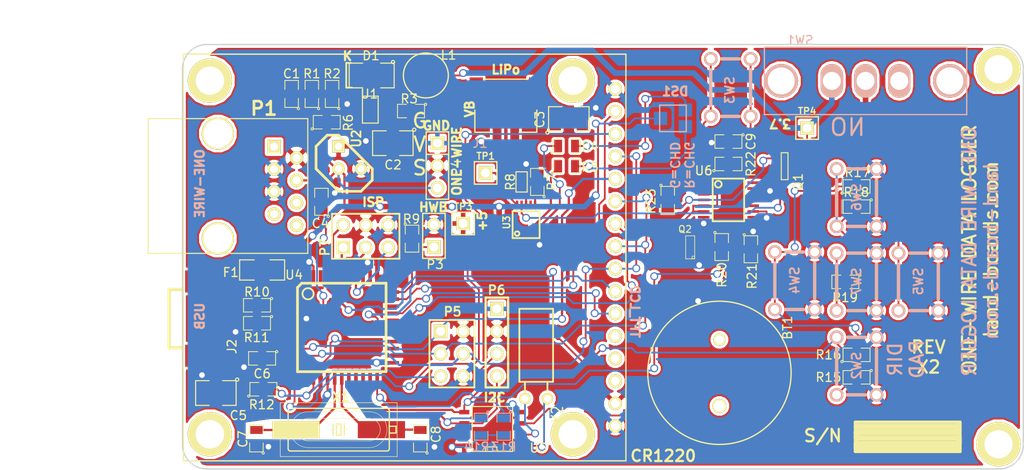
<source format=kicad_pcb>
(kicad_pcb (version 3) (host pcbnew "(2013-04-19 BZR 4011)-stable")
  (title_block (title "One Wire Data Logger") (rev X1))
  (layers (15 F.Cu signal) (0 B.Cu signal) (20 B.SilkS user) (21 F.SilkS user hide) (22 B.Mask user) (23 F.Mask user) (28 Edge.Cuts user))
  (net 0 "")
  (net 1 +5V)
  (net 2 "/5-Way Switch/SW5WAY")
  (net 3 "/5V Power Supply/3.7V")
  (net 4 "/LiPo Battery Charger/VB-3.7")
  (net 5 /Microprocessor/ADC1)
  (net 6 /Microprocessor/ADC4)
  (net 7 /Microprocessor/ADC5)
  (net 8 /Microprocessor/ADC6)
  (net 9 /Microprocessor/BKLT)
  (net 10 /Microprocessor/BUSBP)
  (net 11 /Microprocessor/BUSPM)
  (net 12 /Microprocessor/LCDCS)
  (net 13 /Microprocessor/LCDRS)
  (net 14 /Microprocessor/LCDRST)
  (net 15 /Microprocessor/MISO)
  (net 16 /Microprocessor/MOSI)
  (net 17 /Microprocessor/ONE-WIRE)
  (net 18 /Microprocessor/PWR-OFF)
  (net 19 /Microprocessor/RST)
  (net 20 /Microprocessor/SCK)
  (net 21 /Microprocessor/SCLK)
  (net 22 /Microprocessor/SDA)
  (net 23 /Microprocessor/SDCS)
  (net 24 /Microprocessor/USB-DM)
  (net 25 /Microprocessor/USB-DP)
  (net 26 /Microprocessor/USB5V)
  (net 27 /Microprocessor/V5USB)
  (net 28 /Microprocessor/~HWB)
  (net 29 /PowerSwitch/GATE)
  (net 30 GND)
  (net 31 N-0000017)
  (net 32 N-0000018)
  (net 33 N-0000019)
  (net 34 N-0000021)
  (net 35 N-0000022)
  (net 36 N-0000023)
  (net 37 N-0000024)
  (net 38 N-0000025)
  (net 39 N-0000026)
  (net 40 N-0000033)
  (net 41 N-0000034)
  (net 42 N-0000035)
  (net 43 N-0000046)
  (net 44 N-0000062)
  (net 45 N-0000069)
  (net 46 N-0000074)
  (net 47 N-0000075)
  (net 48 N-0000076)
  (net 49 N-0000077)
  (net 50 N-0000081)
  (net 51 N-0000083)
  (net 52 N-0000088)
  (net 53 N-0000089)
  (module IND-3MM (layer F.Cu) (at 75.796 39.0116 180)
    (fp_text reference L1 (at -2.563 2.3086 180) (layer F.SilkS))
    (fp_text value 10uH hide)
    (pad 1 smd rect (at -1.9 0 180) (size 1.8 2.5) (layers F.Cu F.Mask) (net 3 "/5V Power Supply/3.7V"))
    (pad 2 smd rect (at 1.9 0 180) (size 1.8 2.7) (layers F.Cu F.Mask) (net 38 N-0000025))
  )
  (module TQFP44 (layer F.Cu) (at 66.296 67.5116)
    (fp_text reference U4 (at -5.3868 -5.942) (layer F.SilkS))
    (fp_text value ATMEGA32U4-AU hide)
    (pad 39 smd rect (at 0 -5.715) (size 0.4064 1.524) (layers F.Cu F.Mask) (net 6 /Microprocessor/ADC4))
    (pad 40 smd rect (at -0.8001 -5.715) (size 0.4064 1.524) (layers F.Cu F.Mask) (net 5 /Microprocessor/ADC1))
    (pad 41 smd rect (at -1.6002 -5.715) (size 0.4064 1.524) (layers F.Cu F.Mask) (net 2 "/5-Way Switch/SW5WAY"))
    (pad 42 smd rect (at -2.4003 -5.715) (size 0.4064 1.524) (layers F.Cu F.Mask))
    (pad 43 smd rect (at -3.2004 -5.715) (size 0.4064 1.524) (layers F.Cu F.Mask) (net 30 GND))
    (pad 44 smd rect (at -4.0005 -5.715) (size 0.4064 1.524) (layers F.Cu F.Mask) (net 1 +5V))
    (pad 38 smd rect (at 0.8001 -5.715) (size 0.4064 1.524) (layers F.Cu F.Mask) (net 7 /Microprocessor/ADC5))
    (pad 37 smd rect (at 1.6002 -5.715) (size 0.4064 1.524) (layers F.Cu F.Mask) (net 8 /Microprocessor/ADC6))
    (pad 36 smd rect (at 2.4003 -5.715) (size 0.4064 1.524) (layers F.Cu F.Mask))
    (pad 35 smd rect (at 3.2004 -5.715) (size 0.4064 1.524) (layers F.Cu F.Mask) (net 30 GND))
    (pad 34 smd rect (at 4.0005 -5.715) (size 0.4064 1.524) (layers F.Cu F.Mask) (net 1 +5V))
    (pad 17 smd rect (at 0 5.715) (size 0.4064 1.524) (layers F.Cu F.Mask) (net 43 N-0000046))
    (pad 16 smd rect (at -0.8001 5.715) (size 0.4064 1.524) (layers F.Cu F.Mask) (net 45 N-0000069))
    (pad 15 smd rect (at -1.6002 5.715) (size 0.4064 1.524) (layers F.Cu F.Mask) (net 30 GND))
    (pad 14 smd rect (at -2.4003 5.715) (size 0.4064 1.524) (layers F.Cu F.Mask) (net 1 +5V))
    (pad 13 smd rect (at -3.2004 5.715) (size 0.4064 1.524) (layers F.Cu F.Mask) (net 19 /Microprocessor/RST))
    (pad 12 smd rect (at -4.0005 5.715) (size 0.4064 1.524) (layers F.Cu F.Mask) (net 23 /Microprocessor/SDCS))
    (pad 18 smd rect (at 0.8001 5.715) (size 0.4064 1.524) (layers F.Cu F.Mask) (net 21 /Microprocessor/SCLK))
    (pad 19 smd rect (at 1.6002 5.715) (size 0.4064 1.524) (layers F.Cu F.Mask) (net 22 /Microprocessor/SDA))
    (pad 20 smd rect (at 2.4003 5.715) (size 0.4064 1.524) (layers F.Cu F.Mask))
    (pad 21 smd rect (at 3.2004 5.715) (size 0.4064 1.524) (layers F.Cu F.Mask))
    (pad 22 smd rect (at 4.0005 5.715) (size 0.4064 1.524) (layers F.Cu F.Mask) (net 18 /Microprocessor/PWR-OFF))
    (pad 6 smd rect (at -5.715 0) (size 1.524 0.4064) (layers F.Cu F.Mask) (net 44 N-0000062))
    (pad 28 smd rect (at 5.715 0) (size 1.524 0.4064) (layers F.Cu F.Mask) (net 13 /Microprocessor/LCDRS))
    (pad 7 smd rect (at -5.715 0.8001) (size 1.524 0.4064) (layers F.Cu F.Mask) (net 1 +5V))
    (pad 27 smd rect (at 5.715 0.8001) (size 1.524 0.4064) (layers F.Cu F.Mask) (net 17 /Microprocessor/ONE-WIRE))
    (pad 26 smd rect (at 5.715 1.6002) (size 1.524 0.4064) (layers F.Cu F.Mask))
    (pad 8 smd rect (at -5.715 1.6002) (size 1.524 0.4064) (layers F.Cu F.Mask))
    (pad 9 smd rect (at -5.715 2.4003) (size 1.524 0.4064) (layers F.Cu F.Mask) (net 20 /Microprocessor/SCK))
    (pad 25 smd rect (at 5.715 2.4003) (size 1.524 0.4064) (layers F.Cu F.Mask))
    (pad 24 smd rect (at 5.715 3.2004) (size 1.524 0.4064) (layers F.Cu F.Mask) (net 1 +5V))
    (pad 10 smd rect (at -5.715 3.2004) (size 1.524 0.4064) (layers F.Cu F.Mask) (net 16 /Microprocessor/MOSI))
    (pad 11 smd rect (at -5.715 4.0005) (size 1.524 0.4064) (layers F.Cu F.Mask) (net 15 /Microprocessor/MISO))
    (pad 23 smd rect (at 5.715 4.0005) (size 1.524 0.4064) (layers F.Cu F.Mask) (net 30 GND))
    (pad 29 smd rect (at 5.715 -0.8001) (size 1.524 0.4064) (layers F.Cu F.Mask) (net 12 /Microprocessor/LCDCS))
    (pad 5 smd rect (at -5.715 -0.8001) (size 1.524 0.4064) (layers F.Cu F.Mask) (net 30 GND))
    (pad 4 smd rect (at -5.715 -1.6002) (size 1.524 0.4064) (layers F.Cu F.Mask) (net 10 /Microprocessor/BUSBP))
    (pad 30 smd rect (at 5.715 -1.6002) (size 1.524 0.4064) (layers F.Cu F.Mask) (net 14 /Microprocessor/LCDRST))
    (pad 31 smd rect (at 5.715 -2.4003) (size 1.524 0.4064) (layers F.Cu F.Mask))
    (pad 3 smd rect (at -5.715 -2.4003) (size 1.524 0.4064) (layers F.Cu F.Mask) (net 11 /Microprocessor/BUSPM))
    (pad 2 smd rect (at -5.715 -3.2004) (size 1.524 0.4064) (layers F.Cu F.Mask) (net 1 +5V))
    (pad 32 smd rect (at 5.715 -3.2004) (size 1.524 0.4064) (layers F.Cu F.Mask) (net 9 /Microprocessor/BKLT))
    (pad 33 smd rect (at 5.715 -4.0005) (size 1.524 0.4064) (layers F.Cu F.Mask) (net 28 /Microprocessor/~HWB))
    (pad 1 smd rect (at -5.715 -4.0005) (size 1.524 0.4064) (layers F.Cu F.Mask))
  )
  (module SM1210 (layer F.Cu) (at 52.07 74.93 180)
    (fp_text reference C5 (at -2.54 -2.54 180) (layer F.SilkS))
    (fp_text value 10uF hide)
    (pad 1 smd rect (at -1.524 0 180) (size 1.27 2.54) (layers F.Cu F.Mask) (net 1 +5V))
    (pad 2 smd rect (at 1.524 0 180) (size 1.27 2.54) (layers F.Cu F.Mask) (net 30 GND))
  )
  (module SM1210 (layer F.Cu) (at 91.948 43.942)
    (fp_text reference C3 (at -3.2766 0.0508 90) (layer F.SilkS))
    (fp_text value 4.7uF hide)
    (pad 1 smd rect (at -1.524 0) (size 1.27 2.54) (layers F.Cu F.Mask) (net 3 "/5V Power Supply/3.7V"))
    (pad 2 smd rect (at 1.524 0) (size 1.27 2.54) (layers F.Cu F.Mask) (net 30 GND))
  )
  (module SM1210 (layer F.Cu) (at 72.0648 46.6722 180)
    (fp_text reference C2 (at -0.0204 -2.4514 180) (layer F.SilkS))
    (fp_text value 4.7uF hide)
    (pad 1 smd rect (at -1.524 0 180) (size 1.27 2.54) (layers F.Cu F.Mask) (net 1 +5V))
    (pad 2 smd rect (at 1.524 0 180) (size 1.27 2.54) (layers F.Cu F.Mask) (net 30 GND))
  )
  (module SM1206 (layer F.Cu) (at 57.296 61.0116 180)
    (fp_text reference F1 (at 3.539 -0.281 180) (layer F.SilkS))
    (fp_text value FUSE hide)
    (pad 1 smd rect (at -1.651 0 180) (size 1.524 2.032) (layers F.Cu F.Mask) (net 27 /Microprocessor/V5USB))
    (pad 2 smd rect (at 1.651 0 180) (size 1.524 2.032) (layers F.Cu F.Mask) (net 26 /Microprocessor/USB5V))
  )
  (module SM0805 (layer F.Cu) (at 60.6286 41.1032 90)
    (fp_text reference C1 (at 2.286 0 180) (layer F.SilkS))
    (fp_text value 680pF hide)
    (pad 1 smd rect (at -0.9525 0 90) (size 0.889 1.397) (layers F.Cu F.Mask) (net 37 N-0000024))
    (pad 2 smd rect (at 0.9525 0 90) (size 0.889 1.397) (layers F.Cu F.Mask) (net 1 +5V))
  )
  (module SM0805 (layer F.Cu) (at 57.44 74.5006)
    (fp_text reference R12 (at -0.19 1.7494) (layer F.SilkS))
    (fp_text value 10K hide)
    (pad 1 smd rect (at -0.9525 0) (size 0.889 1.397) (layers F.Cu F.Mask) (net 1 +5V))
    (pad 2 smd rect (at 0.9525 0) (size 0.889 1.397) (layers F.Cu F.Mask) (net 19 /Microprocessor/RST))
  )
  (module SM0805 (layer F.Cu) (at 64 53.3 90)
    (fp_text reference C4 (at -2.453 -0.119 180) (layer F.SilkS))
    (fp_text value 0.1uF hide)
    (pad 1 smd rect (at -0.9525 0 90) (size 0.889 1.397) (layers F.Cu F.Mask) (net 1 +5V))
    (pad 2 smd rect (at 0.9525 0 90) (size 0.889 1.397) (layers F.Cu F.Mask) (net 30 GND))
  )
  (module SM0805 (layer F.Cu) (at 56.717 65.0046 180)
    (fp_text reference R10 (at 0 1.5 180) (layer F.SilkS))
    (fp_text value 22 hide)
    (pad 1 smd rect (at -0.9525 0 180) (size 0.889 1.397) (layers F.Cu F.Mask) (net 11 /Microprocessor/BUSPM))
    (pad 2 smd rect (at 0.9525 0 180) (size 0.889 1.397) (layers F.Cu F.Mask) (net 24 /Microprocessor/USB-DM))
  )
  (module SM0805 (layer F.Cu) (at 56.717 67.0366 180)
    (fp_text reference R11 (at 0.039 -1.622 180) (layer F.SilkS))
    (fp_text value 22 hide)
    (pad 1 smd rect (at -0.9525 0 180) (size 0.889 1.397) (layers F.Cu F.Mask) (net 10 /Microprocessor/BUSBP))
    (pad 2 smd rect (at 0.9525 0 180) (size 0.889 1.397) (layers F.Cu F.Mask) (net 25 /Microprocessor/USB-DP))
  )
  (module SM0805 (layer F.Cu) (at 57.296 71.0116 180)
    (fp_text reference C6 (at -0.0064 -1.734 180) (layer F.SilkS))
    (fp_text value 1uF hide)
    (pad 1 smd rect (at -0.9525 0 180) (size 0.889 1.397) (layers F.Cu F.Mask) (net 44 N-0000062))
    (pad 2 smd rect (at 0.9525 0 180) (size 0.889 1.397) (layers F.Cu F.Mask) (net 30 GND))
  )
  (module SM0805 (layer F.Cu) (at 65.2006 41.1032 90)
    (fp_text reference R2 (at 2.286 0 180) (layer F.SilkS))
    (fp_text value 1K hide)
    (pad 1 smd rect (at -0.9525 0 90) (size 0.889 1.397) (layers F.Cu F.Mask) (net 37 N-0000024))
    (pad 2 smd rect (at 0.9525 0 90) (size 0.889 1.397) (layers F.Cu F.Mask) (net 30 GND))
  )
  (module SM0805 (layer F.Cu) (at 62.9146 41.1032 90)
    (fp_text reference R1 (at 2.286 0 180) (layer F.SilkS))
    (fp_text value 3.09K hide)
    (pad 1 smd rect (at -0.9525 0 90) (size 0.889 1.397) (layers F.Cu F.Mask) (net 37 N-0000024))
    (pad 2 smd rect (at 0.9525 0 90) (size 0.889 1.397) (layers F.Cu F.Mask) (net 1 +5V))
  )
  (module SM0805 (layer F.Cu) (at 74.116 43.0336 180)
    (fp_text reference R3 (at 0.202 1.3776 180) (layer F.SilkS))
    (fp_text value 1M hide)
    (pad 1 smd rect (at -0.9525 0 180) (size 0.889 1.397) (layers F.Cu F.Mask) (net 3 "/5V Power Supply/3.7V"))
    (pad 2 smd rect (at 0.9525 0 180) (size 0.889 1.397) (layers F.Cu F.Mask) (net 39 N-0000026))
  )
  (module MSOP10-0.5 (layer F.Cu) (at 87.122 55.88)
    (fp_text reference U3 (at -2.204 -0.2384 90) (layer F.SilkS) (effects (font (size 0.762 0.762) (thickness 0.1524))))
    (fp_text value MCP73833 hide)
    (pad 1 smd rect (at -1.016 2.2225) (size 0.26924 1.00076) (layers F.Cu F.Mask) (net 27 /Microprocessor/V5USB))
    (pad 2 smd rect (at -0.508 2.2225) (size 0.26924 1.00076) (layers F.Cu F.Mask) (net 27 /Microprocessor/V5USB))
    (pad 3 smd rect (at 0 2.2225) (size 0.26924 1.00076) (layers F.Cu F.Mask) (net 36 N-0000023))
    (pad 4 smd rect (at 0.508 2.2225) (size 0.26924 1.00076) (layers F.Cu F.Mask) (net 32 N-0000018))
    (pad 5 smd rect (at 1.016 2.2225) (size 0.26924 1.00076) (layers F.Cu F.Mask) (net 30 GND))
    (pad 6 smd rect (at 1.016 -2.2225) (size 0.26924 1.00076) (layers F.Cu F.Mask) (net 31 N-0000017))
    (pad 7 smd rect (at 0.508 -2.2225) (size 0.26924 1.00076) (layers F.Cu F.Mask))
    (pad 8 smd rect (at 0 -2.2225) (size 0.26924 1.00076) (layers F.Cu F.Mask) (net 33 N-0000019))
    (pad 9 smd rect (at -0.508 -2.2225) (size 0.26924 1.00076) (layers F.Cu F.Mask) (net 4 "/LiPo Battery Charger/VB-3.7"))
    (pad 10 smd rect (at -1.016 -2.2225) (size 0.26924 1.00076) (layers F.Cu F.Mask) (net 4 "/LiPo Battery Charger/VB-3.7"))
  )
  (module USB-B-MINI (layer F.Cu) (at 46.796 66.5116 270)
    (fp_text reference J2 (at 3.163 -7.088 270) (layer F.SilkS))
    (fp_text value USB-B hide)
    (pad G2 smd rect (at 4.20116 -3.70078 270) (size 2.49936 3.79984) (layers F.Cu F.Mask))
    (pad G1 smd rect (at -4.20116 -3.70078 270) (size 2.49936 3.79984) (layers F.Cu F.Mask))
    (pad 4 smd rect (at 1.6002 -6.10108 270) (size 0.50038 1.39954) (layers F.Cu F.Mask) (net 30 GND))
    (pad NC smd rect (at 0.8001 -6.10108 270) (size 0.50038 1.39954) (layers F.Cu F.Mask))
    (pad 1 smd rect (at -1.6002 -6.10108 270) (size 0.50038 1.39954) (layers F.Cu F.Mask) (net 26 /Microprocessor/USB5V))
    (pad 2 smd rect (at -0.8001 -6.10108 270) (size 0.50038 1.39954) (layers F.Cu F.Mask) (net 24 /Microprocessor/USB-DM))
    (pad 3 smd rect (at 0 -6.10108 270) (size 0.50038 1.39954) (layers F.Cu F.Mask) (net 25 /Microprocessor/USB-DP))
  )
  (module SOD-123 (layer F.Cu) (at 69.6722 39.0144 180)
    (fp_text reference D1 (at 0.0762 2.2352 180) (layer F.SilkS))
    (fp_text value MBR0520LT1G hide)
    (pad 1 smd rect (at -1.63576 0 180) (size 0.90932 1.2192) (layers F.Cu F.Mask) (net 38 N-0000025))
    (pad 2 smd rect (at 1.63576 0 180) (size 0.90932 1.2192) (layers F.Cu F.Mask) (net 1 +5V))
  )
  (module SOT23-5 (layer F.Cu) (at 69.5198 42.8752 270)
    (fp_text reference U1 (at -1.7752 0.1198 360) (layer F.SilkS))
    (fp_text value LMR62014 hide)
    (pad 1 smd rect (at -0.9525 1.27 270) (size 0.508 0.762) (layers F.Cu F.Mask) (net 38 N-0000025))
    (pad 3 smd rect (at 0.9525 1.27 270) (size 0.508 0.762) (layers F.Cu F.Mask) (net 37 N-0000024))
    (pad 5 smd rect (at -0.9525 -1.27 270) (size 0.508 0.762) (layers F.Cu F.Mask) (net 3 "/5V Power Supply/3.7V"))
    (pad 2 smd rect (at 0 1.27 270) (size 0.508 0.762) (layers F.Cu F.Mask) (net 30 GND))
    (pad 4 smd rect (at 0.9525 -1.27 270) (size 0.508 0.762) (layers F.Cu F.Mask) (net 39 N-0000026))
  )
  (module SM0805 (layer F.Cu) (at 91.694 49.276)
    (fp_text reference R5 (at 2.6416 0.1016) (layer F.SilkS))
    (fp_text value 470 hide)
    (pad 1 smd rect (at -0.9525 0) (size 0.889 1.397) (layers F.Cu F.Mask) (net 36 N-0000023))
    (pad 2 smd rect (at 0.9525 0) (size 0.889 1.397) (layers F.Cu F.Mask) (net 34 N-0000021))
  )
  (module SM0805 (layer F.Cu) (at 91.694 46.99)
    (fp_text reference R4 (at 2.667 0.0508) (layer F.SilkS))
    (fp_text value 470 hide)
    (pad 1 smd rect (at -0.9525 0) (size 0.889 1.397) (layers F.Cu F.Mask) (net 32 N-0000018))
    (pad 2 smd rect (at 0.9525 0) (size 0.889 1.397) (layers F.Cu F.Mask) (net 35 N-0000022))
  )
  (module PIN_ARRAY_2X1 (layer F.Cu) (at 76.708 57.15 90)
    (fp_text reference P3 (at -3.24 0.13 180) (layer F.SilkS))
    (fp_text value CONN_2 hide)
    (pad 1 thru_hole rect (at -1.27 0 90) (size 1.524 1.524) (drill 1.016) (layers *.Cu *.Mask F.SilkS) (net 28 /Microprocessor/~HWB))
    (pad 2 thru_hole circle (at 1.27 0 90) (size 1.524 1.524) (drill 1.016) (layers *.Cu *.Mask F.SilkS) (net 30 GND))
  )
  (module SM0805 (layer F.Cu) (at 74.2315 57.4675 270)
    (fp_text reference R9 (at -2.2225 0.0635 360) (layer F.SilkS))
    (fp_text value 10K hide)
    (pad 1 smd rect (at -0.9525 0 270) (size 0.889 1.397) (layers F.Cu F.Mask) (net 1 +5V))
    (pad 2 smd rect (at 0.9525 0 270) (size 0.889 1.397) (layers F.Cu F.Mask) (net 28 /Microprocessor/~HWB))
  )
  (module SO8N (layer F.Cu) (at 83.312 78.994 90)
    (fp_text reference U5 (at -2.159 5.207 180) (layer F.SilkS))
    (fp_text value DS1307 hide)
    (pad 8 smd rect (at -1.905 -3.175 90) (size 0.508 1.143) (layers F.Cu F.Mask) (net 1 +5V))
    (pad 7 smd rect (at -0.635 -3.175 90) (size 0.508 1.143) (layers F.Cu F.Mask))
    (pad 6 smd rect (at 0.635 -3.175 90) (size 0.508 1.143) (layers F.Cu F.Mask) (net 21 /Microprocessor/SCLK))
    (pad 5 smd rect (at 1.905 -3.175 90) (size 0.508 1.143) (layers F.Cu F.Mask) (net 22 /Microprocessor/SDA))
    (pad 4 smd rect (at 1.905 3.175 90) (size 0.508 1.143) (layers F.Cu F.Mask) (net 30 GND))
    (pad 3 smd rect (at 0.635 3.175 90) (size 0.508 1.143) (layers F.Cu F.Mask) (net 41 N-0000034))
    (pad 2 smd rect (at -0.635 3.175 90) (size 0.508 1.143) (layers F.Cu F.Mask) (net 40 N-0000033))
    (pad 1 smd rect (at -1.905 3.175 90) (size 0.508 1.143) (layers F.Cu F.Mask) (net 42 N-0000035))
  )
  (module SM0805 (layer B.Cu) (at 82.042 78.74 270)
    (fp_text reference R14 (at 2.286 0.508 540) (layer B.SilkS) (effects (justify mirror)))
    (fp_text value 10K hide)
    (pad 1 smd rect (at -0.9525 0 270) (size 0.889 1.397) (layers B.Cu B.Mask) (net 21 /Microprocessor/SCLK))
    (pad 2 smd rect (at 0.9525 0 270) (size 0.889 1.397) (layers B.Cu B.Mask) (net 1 +5V))
  )
  (module SM0805 (layer B.Cu) (at 84.582 78.74 270)
    (fp_text reference R13 (at 2.286 0 360) (layer B.SilkS) (effects (justify mirror)))
    (fp_text value 10K hide)
    (pad 1 smd rect (at -0.9525 0 270) (size 0.889 1.397) (layers B.Cu B.Mask) (net 22 /Microprocessor/SDA))
    (pad 2 smd rect (at 0.9525 0 270) (size 0.889 1.397) (layers B.Cu B.Mask) (net 1 +5V))
  )
  (module SM0805 (layer F.Cu) (at 88.392 51.054 90)
    (fp_text reference R7 (at 0 1.651 90) (layer F.SilkS))
    (fp_text value 2.2K hide)
    (pad 1 smd rect (at -0.9525 0 90) (size 0.889 1.397) (layers F.Cu F.Mask) (net 31 N-0000017))
    (pad 2 smd rect (at 0.9525 0 90) (size 0.889 1.397) (layers F.Cu F.Mask) (net 30 GND))
  )
  (module SM0603 (layer F.Cu) (at 86.614 51.054 90)
    (fp_text reference R8 (at 0 -1.27 90) (layer F.SilkS))
    (fp_text value NTC-10K hide)
    (pad 1 smd rect (at -0.762 0 90) (size 0.635 1.143) (layers F.Cu F.Mask) (net 33 N-0000019))
    (pad 2 smd rect (at 0.762 0 90) (size 0.635 1.143) (layers F.Cu F.Mask) (net 30 GND))
  )
  (module SM0805 (layer F.Cu) (at 64.6 44.3)
    (fp_text reference R6 (at 2.4306 0.0484 90) (layer F.SilkS))
    (fp_text value 4.7K hide)
    (pad 1 smd rect (at -0.9525 0) (size 0.889 1.397) (layers F.Cu F.Mask) (net 1 +5V))
    (pad 2 smd rect (at 0.9525 0) (size 0.889 1.397) (layers F.Cu F.Mask) (net 17 /Microprocessor/ONE-WIRE))
  )
  (module MTG-4-40-SMALL (layer F.Cu) (at 51.3969 39.59352)
    (fp_text reference MTG1 hide)
    (fp_text value CONN_1 hide)
    (pad 1 thru_hole circle (at 0 0) (size 5 5) (drill 3.174999) (layers *.Cu *.Mask F.SilkS))
  )
  (module MTG-4-40-SMALL (layer F.Cu) (at 90.90406 40.85082)
    (fp_text reference MTG4 hide)
    (fp_text value CONN_1 hide)
    (pad 1 thru_hole circle (at 1.5 -1.25) (size 5 5) (drill 3.174999) (layers *.Cu *.Mask F.SilkS))
  )
  (module MTG-4-40-SMALL (layer F.Cu) (at 51.38928 79.59344)
    (fp_text reference MTG3 hide)
    (fp_text value CONN_1 hide)
    (pad 1 thru_hole circle (at 0 0) (size 5 5) (drill 3.174999) (layers *.Cu *.Mask F.SilkS))
  )
  (module MTG-4-40-SMALL (layer F.Cu) (at 92.39504 79.59344)
    (fp_text reference MTG2 hide)
    (fp_text value CONN_1 hide)
    (pad 1 thru_hole circle (at 0 0) (size 5 5) (drill 3.174999) (layers *.Cu *.Mask F.SilkS))
  )
  (module SM0805 (layer F.Cu) (at 124.46 70.612)
    (fp_text reference R16 (at -3.175 0) (layer F.SilkS))
    (fp_text value 3.3K hide)
    (pad 1 smd rect (at -0.9525 0) (size 0.889 1.397) (layers F.Cu F.Mask) (net 2 "/5-Way Switch/SW5WAY"))
    (pad 2 smd rect (at 0.9525 0) (size 0.889 1.397) (layers F.Cu F.Mask) (net 47 N-0000075))
  )
  (module SM0805 (layer F.Cu) (at 124.46 73.152 180)
    (fp_text reference R15 (at 3.175 0 180) (layer F.SilkS))
    (fp_text value 1.8K hide)
    (pad 1 smd rect (at -0.9525 0 180) (size 0.889 1.397) (layers F.Cu F.Mask) (net 1 +5V))
    (pad 2 smd rect (at 0.9525 0 180) (size 0.889 1.397) (layers F.Cu F.Mask) (net 2 "/5-Way Switch/SW5WAY"))
  )
  (module SM0805 (layer F.Cu) (at 124.46 51.562)
    (fp_text reference R17 (at 0.1016 -1.5748) (layer F.SilkS))
    (fp_text value 330 hide)
    (pad 1 smd rect (at -0.9525 0) (size 0.889 1.397) (layers F.Cu F.Mask) (net 47 N-0000075))
    (pad 2 smd rect (at 0.9525 0) (size 0.889 1.397) (layers F.Cu F.Mask) (net 46 N-0000074))
  )
  (module SM0805 (layer F.Cu) (at 123.19 62.357 180)
    (fp_text reference R19 (at 0.0254 -1.778 180) (layer F.SilkS))
    (fp_text value 1K hide)
    (pad 1 smd rect (at -0.9525 0 180) (size 0.889 1.397) (layers F.Cu F.Mask) (net 49 N-0000077))
    (pad 2 smd rect (at 0.9525 0 180) (size 0.889 1.397) (layers F.Cu F.Mask) (net 48 N-0000076))
  )
  (module SM0805 (layer F.Cu) (at 124.46 53.848 180)
    (fp_text reference R18 (at 0.0254 1.6256 180) (layer F.SilkS))
    (fp_text value 560 hide)
    (pad 1 smd rect (at -0.9525 0 180) (size 0.889 1.397) (layers F.Cu F.Mask) (net 46 N-0000074))
    (pad 2 smd rect (at 0.9525 0 180) (size 0.889 1.397) (layers F.Cu F.Mask) (net 49 N-0000077))
  )
  (module MTG-4-40-SMALL (layer F.Cu) (at 140.498 38.3056)
    (fp_text reference MTG6 hide)
    (fp_text value CONN_1 hide)
    (pad 1 thru_hole circle (at 0 0) (size 5 5) (drill 3.174999) (layers *.Cu *.Mask F.SilkS))
  )
  (module MTG-4-40-SMALL (layer F.Cu) (at 140.498 80.7236)
    (fp_text reference MTG5 hide)
    (fp_text value CONN_1 hide)
    (pad 1 thru_hole circle (at 0 0) (size 5 5) (drill 3.174999) (layers *.Cu *.Mask F.SilkS))
  )
  (module FIDUCIAL (layer F.Cu) (at 139.319 75.184)
    (fp_text reference FID1 hide)
    (fp_text value CONN_1 hide)
    (pad 1 smd circle (at 0 0) (size 1 1) (layers F.Cu F.Mask) (clearance 1))
  )
  (module FIDUCIAL (layer F.Cu) (at 56.424 39.4486)
    (fp_text reference FID2 hide)
    (fp_text value CONN_1 hide)
    (pad 1 smd circle (at 0 0) (size 1 1) (layers F.Cu F.Mask) (clearance 1))
  )
  (module SM0805 (layer F.Cu) (at 75.1692 80.0632 90)
    (fp_text reference C8 (at 0.4572 1.778 90) (layer F.SilkS))
    (fp_text value 18pF hide)
    (pad 1 smd rect (at -0.9525 0 90) (size 0.889 1.397) (layers F.Cu F.Mask) (net 30 GND))
    (pad 2 smd rect (at 0.9525 0 90) (size 0.889 1.397) (layers F.Cu F.Mask) (net 43 N-0000046))
  )
  (module SM0805 (layer F.Cu) (at 56.6526 80.0632 90)
    (fp_text reference C7 (at -0.0738 -1.5346 90) (layer F.SilkS))
    (fp_text value 18pF hide)
    (pad 1 smd rect (at -0.9525 0 90) (size 0.889 1.397) (layers F.Cu F.Mask) (net 30 GND))
    (pad 2 smd rect (at 0.9525 0 90) (size 0.889 1.397) (layers F.Cu F.Mask) (net 45 N-0000069))
  )
  (module crystal-HC49UP (layer F.Cu) (at 65.949 79.0726)
    (fp_text reference X1 (at 0.2688 -3.7108) (layer F.SilkS) (effects (font (size 1.016 1.016) (thickness 0.2032))))
    (fp_text value CRYSTAL hide)
    (pad 1 smd rect (at -4.826 0) (size 5.334 1.9304) (layers F.Cu F.SilkS F.Mask) (net 45 N-0000069))
    (pad 2 smd rect (at 4.826 0) (size 5.334 1.9304) (layers F.Cu F.Mask) (net 43 N-0000046))
  )
  (module SW-SPDT-SLIDE (layer B.Cu) (at 125.476 39.624)
    (fp_text reference SW1 (at -7.41172 -4.58724) (layer B.SilkS) (effects (justify mirror)))
    (fp_text value SW-SPDT hide)
    (pad 1 thru_hole oval (at -3.81 0) (size 2.54 3.81) (drill 2.032) (layers *.Cu *.Mask B.SilkS) (net 3 "/5V Power Supply/3.7V"))
    (pad 2 thru_hole oval (at 0 0) (size 2.54 3.81) (drill 2.032) (layers *.Cu *.Mask B.SilkS) (net 4 "/LiPo Battery Charger/VB-3.7"))
    (pad 3 thru_hole oval (at 3.81 0) (size 2.54 3.81) (drill 2.032) (layers *.Cu *.Mask B.SilkS))
    (pad "" thru_hole circle (at -9.525 0) (size 3.81 3.81) (drill 3.048) (layers *.Cu *.Mask B.SilkS))
    (pad "" thru_hole circle (at 9.525 0) (size 3.81 3.81) (drill 3.048) (layers *.Cu *.Mask B.SilkS))
  )
  (module RJ45_8-TH (layer F.Cu) (at 52.296 51.5116 270)
    (fp_text reference P1 (at -8.7616 -5.204 360) (layer F.SilkS) (effects (font (size 1.524 1.524) (thickness 0.3048))))
    (fp_text value CNT-RJ45-8 hide)
    (pad Hole thru_hole circle (at 5.93852 0 270) (size 3.64998 3.64998) (drill 3.2512) (layers *.Cu *.Mask F.SilkS))
    (pad Hole thru_hole circle (at -5.9309 0 270) (size 3.64998 3.64998) (drill 3.2512) (layers *.Cu *.Mask F.SilkS))
    (pad 1 thru_hole rect (at -4.445 -6.35 270) (size 1.50114 1.50114) (drill 0.89916) (layers *.Cu *.Mask F.SilkS))
    (pad 2 thru_hole circle (at -3.175 -8.89 270) (size 1.50114 1.50114) (drill 0.89916) (layers *.Cu *.Mask F.SilkS) (net 1 +5V))
    (pad 3 thru_hole circle (at -1.905 -6.35 270) (size 1.50114 1.50114) (drill 0.89916) (layers *.Cu *.Mask F.SilkS) (net 30 GND))
    (pad 4 thru_hole circle (at -0.635 -8.89 270) (size 1.50114 1.50114) (drill 0.89916) (layers *.Cu *.Mask F.SilkS) (net 17 /Microprocessor/ONE-WIRE))
    (pad 5 thru_hole circle (at 0.635 -6.35 270) (size 1.50114 1.50114) (drill 0.89916) (layers *.Cu *.Mask F.SilkS) (net 30 GND))
    (pad 6 thru_hole circle (at 1.905 -8.89 270) (size 1.50114 1.50114) (drill 0.89916) (layers *.Cu *.Mask F.SilkS))
    (pad 7 thru_hole circle (at 3.175 -6.35 270) (size 1.50114 1.50114) (drill 0.89916) (layers *.Cu *.Mask F.SilkS))
    (pad 8 thru_hole circle (at 4.445 -8.89 270) (size 1.50114 1.50114) (drill 0.89916) (layers *.Cu *.Mask F.SilkS))
  )
  (module JST-2-SMT (layer F.Cu) (at 84.836 43.434)
    (fp_text reference J1 (at -2.9045 3.2444) (layer B.SilkS))
    (fp_text value JST_2 hide)
    (fp_text user "" (at -2.20218 5.3848) (layer B.SilkS) (effects (font (size 1.4224 1.4224) (thickness 0.0889))))
    (fp_text user "" (at 2.98196 5.3848) (layer B.SilkS) (effects (font (size 1.4224 1.4224) (thickness 0.0889))))
    (pad 1 smd rect (at -1 3) (size 1 3) (layers F.Cu F.Mask) (net 30 GND))
    (pad 2 smd rect (at 1 3) (size 1 3) (layers F.Cu F.Mask) (net 4 "/LiPo Battery Charger/VB-3.7"))
    (pad NC1 smd rect (at -3.35 -2.5) (size 1.5 3.4) (layers F.Cu F.Mask))
    (pad NC2 smd rect (at 3.35 -2.5) (size 1.5 3.4) (layers F.Cu F.Mask))
  )
  (module SW-PB-6MM (layer B.Cu) (at 110.236 40.386 90)
    (fp_text reference SW3 (at -0.2794 -0.1016 90) (layer B.SilkS) (effects (font (size 1.016 1.016) (thickness 0.2032)) (justify mirror)))
    (fp_text value SW_PUSH_OMRON hide)
    (pad 2 thru_hole circle (at 3.2512 2.25044 90) (size 1.5494 1.5494) (drill 1.00076) (layers *.Cu *.Mask B.SilkS) (net 51 N-0000083))
    (pad 4 thru_hole circle (at 3.2512 -2.25044 90) (size 1.5494 1.5494) (drill 1.00076) (layers *.Cu *.Mask B.SilkS) (net 52 N-0000088))
    (pad 1 thru_hole circle (at -3.2512 2.25044 90) (size 1.5494 1.5494) (drill 1.00076) (layers *.Cu *.Mask B.SilkS) (net 51 N-0000083))
    (pad 3 thru_hole circle (at -3.2512 -2.25044 90) (size 1.5494 1.5494) (drill 1.00076) (layers *.Cu *.Mask B.SilkS) (net 52 N-0000088))
  )
  (module SOT23 (layer F.Cu) (at 105.664 58.42 90)
    (fp_text reference Q2 (at 2.018 -0.585 180) (layer F.SilkS) (effects (font (size 0.762 0.762) (thickness 0.11938))))
    (fp_text value 2N3904 hide)
    (pad 3 smd rect (at 0 -1.09982 90) (size 0.8001 1.00076) (layers F.Cu F.Mask) (net 53 N-0000089))
    (pad 2 smd rect (at 0.9525 1.09982 90) (size 0.8001 1.00076) (layers F.Cu F.Mask) (net 50 N-0000081))
    (pad 1 smd rect (at -0.9525 1.09982 90) (size 0.8001 1.00076) (layers F.Cu F.Mask) (net 30 GND))
  )
  (module SM0805 (layer F.Cu) (at 109.982 49.022)
    (fp_text reference R22 (at 2.54 0 90) (layer F.SilkS))
    (fp_text value 100K hide)
    (pad 1 smd rect (at -0.9525 0) (size 0.889 1.397) (layers F.Cu F.Mask) (net 53 N-0000089))
    (pad 2 smd rect (at 0.9525 0) (size 0.889 1.397) (layers F.Cu F.Mask) (net 51 N-0000083))
  )
  (module SM0805 (layer F.Cu) (at 109.982 46.482 180)
    (fp_text reference C9 (at -2.54 0 270) (layer F.SilkS))
    (fp_text value 0.1uF hide)
    (pad 1 smd rect (at -0.9525 0 180) (size 0.889 1.397) (layers F.Cu F.Mask) (net 51 N-0000083))
    (pad 2 smd rect (at 0.9525 0 180) (size 0.889 1.397) (layers F.Cu F.Mask) (net 30 GND))
  )
  (module SM0805 (layer F.Cu) (at 103.124 53.086 270)
    (fp_text reference R23 (at 0.15 1.9 270) (layer F.SilkS))
    (fp_text value 100K hide)
    (pad 1 smd rect (at -0.9525 0 270) (size 0.889 1.397) (layers F.Cu F.Mask) (net 52 N-0000088))
    (pad 2 smd rect (at 0.9525 0 270) (size 0.889 1.397) (layers F.Cu F.Mask) (net 29 /PowerSwitch/GATE))
  )
  (module SM0805 (layer F.Cu) (at 109.22 58.42 270)
    (fp_text reference R20 (at 3.1496 -0.0254 270) (layer F.SilkS))
    (fp_text value 1K hide)
    (pad 1 smd rect (at -0.9525 0 270) (size 0.889 1.397) (layers F.Cu F.Mask) (net 50 N-0000081))
    (pad 2 smd rect (at 0.9525 0 270) (size 0.889 1.397) (layers F.Cu F.Mask) (net 18 /Microprocessor/PWR-OFF))
  )
  (module SOT23GDS (layer F.Cu) (at 116.332 49.276 90)
    (fp_text reference Q1 (at -1.778 1.524 90) (layer F.SilkS))
    (fp_text value DMG3415U-7 hide)
    (pad S smd rect (at -0.889 -1.016 90) (size 0.9144 0.9144) (layers F.Cu F.Mask) (net 4 "/LiPo Battery Charger/VB-3.7"))
    (pad G smd rect (at 0.889 -1.016 90) (size 0.9144 0.9144) (layers F.Cu F.Mask) (net 29 /PowerSwitch/GATE))
    (pad D smd rect (at 0 1.016 90) (size 0.9144 0.9144) (layers F.Cu F.Mask) (net 3 "/5V Power Supply/3.7V"))
  )
  (module PIN_ARRAY_1 (layer F.Cu) (at 82.55 50.038)
    (fp_text reference TP1 (at 0 -1.905) (layer F.SilkS) (effects (font (size 0.762 0.762) (thickness 0.1524))))
    (fp_text value TST hide)
    (pad 1 thru_hole rect (at 0 0) (size 1.524 1.524) (drill 1.016) (layers *.Cu *.Mask F.SilkS) (net 4 "/LiPo Battery Charger/VB-3.7"))
  )
  (module SM0805 (layer F.Cu) (at 112.522 58.674 270)
    (fp_text reference R21 (at 3.048 -0.127 270) (layer F.SilkS) (effects (font (size 1.016 1.016) (thickness 0.1524))))
    (fp_text value 10K hide)
    (pad 1 smd rect (at -0.9525 0 270) (size 0.889 1.397) (layers F.Cu F.Mask) (net 30 GND))
    (pad 2 smd rect (at 0.9525 0 270) (size 0.889 1.397) (layers F.Cu F.Mask) (net 18 /Microprocessor/PWR-OFF))
  )
  (module QMONTRE (layer F.Cu) (at 88.265 75.565 180)
    (fp_text reference X2 (at -2.3876 -1.778 270) (layer F.SilkS) (effects (font (size 1.27 1.016) (thickness 0.1524))))
    (fp_text value 32.768KHz hide)
    (pad 1 thru_hole circle (at -1.27 0 180) (size 1.27 1.27) (drill 0.8128) (layers *.Cu *.Mask F.SilkS) (net 42 N-0000035))
    (pad 2 thru_hole circle (at 1.27 0 180) (size 1.27 1.27) (drill 0.8128) (layers *.Cu *.Mask F.SilkS) (net 40 N-0000033))
  )
  (module PIN_ARRAY_1 (layer F.Cu) (at 118.872 44.958)
    (fp_text reference TP4 (at 0 -1.905) (layer F.SilkS) (effects (font (size 0.762 0.762) (thickness 0.1524))))
    (fp_text value TST hide)
    (pad 1 thru_hole rect (at 0 0) (size 1.524 1.524) (drill 1.016) (layers *.Cu *.Mask F.SilkS) (net 3 "/5V Power Supply/3.7V"))
  )
  (module REV_BLOCK (layer F.Cu) (at 129.794 80.01)
    (fp_text reference REV_BLOCK1 hide)
    (fp_text value REV_BLOCK hide)
  )
  (module PIN_ARRAY_1 (layer F.Cu) (at 80.01 55.753)
    (fp_text reference TP3 (at 0 -1.905) (layer F.SilkS) (effects (font (size 0.762 0.762) (thickness 0.1524))))
    (fp_text value TST hide)
    (pad 1 thru_hole rect (at 0 0) (size 1.524 1.524) (drill 1.016) (layers *.Cu *.Mask F.SilkS) (net 1 +5V))
  )
  (module pin_array_3x2 (layer F.Cu) (at 78.74 70.485 270)
    (fp_text reference P5 (at -4.7498 -0.0762 360) (layer F.SilkS) (effects (font (size 1.016 1.016) (thickness 0.2032))))
    (fp_text value CONN_3X2 hide)
    (pad 1 thru_hole rect (at -2.54 1.27 270) (size 1.524 1.524) (drill 1.016) (layers *.Cu *.Mask F.SilkS) (net 15 /Microprocessor/MISO))
    (pad 2 thru_hole circle (at -2.54 -1.27 270) (size 1.524 1.524) (drill 1.016) (layers *.Cu *.Mask F.SilkS) (net 1 +5V))
    (pad 3 thru_hole circle (at 0 1.27 270) (size 1.524 1.524) (drill 1.016) (layers *.Cu *.Mask F.SilkS) (net 20 /Microprocessor/SCK))
    (pad 4 thru_hole circle (at 0 -1.27 270) (size 1.524 1.524) (drill 1.016) (layers *.Cu *.Mask F.SilkS) (net 16 /Microprocessor/MOSI))
    (pad 5 thru_hole circle (at 2.54 1.27 270) (size 1.524 1.524) (drill 1.016) (layers *.Cu *.Mask F.SilkS) (net 19 /Microprocessor/RST))
    (pad 6 thru_hole circle (at 2.54 -1.27 270) (size 1.524 1.524) (drill 1.016) (layers *.Cu *.Mask F.SilkS) (net 30 GND))
  )
  (module PIN_ARRAY_4x1 (layer F.Cu) (at 83.82 69.215 270)
    (fp_text reference P6 (at -5.9182 0.0254 360) (layer F.SilkS) (effects (font (size 1.016 1.016) (thickness 0.2032))))
    (fp_text value CONN_4 hide)
    (pad 1 thru_hole rect (at -3.81 0 270) (size 1.524 1.524) (drill 1.016) (layers *.Cu *.Mask F.SilkS) (net 30 GND))
    (pad 2 thru_hole circle (at -1.27 0 270) (size 1.524 1.524) (drill 1.016) (layers *.Cu *.Mask F.SilkS) (net 1 +5V))
    (pad 3 thru_hole circle (at 1.27 0 270) (size 1.524 1.524) (drill 1.016) (layers *.Cu *.Mask F.SilkS) (net 22 /Microprocessor/SDA))
    (pad 4 thru_hole circle (at 3.81 0 270) (size 1.524 1.524) (drill 1.016) (layers *.Cu *.Mask F.SilkS) (net 21 /Microprocessor/SCLK))
  )
  (module CR1220_CASE (layer F.Cu) (at 108.966 72.644)
    (fp_text reference BT1 (at 7.6962 -5.1054 90) (layer F.SilkS))
    (fp_text value BATTERY hide)
    (pad 2 smd rect (at 0 -8.08) (size 2.3 4.3) (layers F.Cu F.Mask) (net 30 GND))
    (pad 1 smd rect (at 0 7.76) (size 2.3 3.66) (layers F.Cu F.Mask) (net 41 N-0000034))
    (pad 3 thru_hole circle (at 0 -3.75) (size 1.4 1.4) (drill 1) (layers *.Cu *.Mask F.SilkS))
    (pad 4 thru_hole circle (at 0 3.75) (size 1.6 1.6) (drill 1.25) (layers *.Cu *.Mask F.SilkS))
  )
  (module TO92-123 (layer F.Cu) (at 67.2 48.3 90)
    (fp_text reference U2 (at 2.1482 0.745 90) (layer F.SilkS) (effects (font (size 1.016 1.016) (thickness 0.2032))))
    (fp_text value DS18S20+ hide)
    (pad 3 thru_hole rect (at 1.27 -1.27 90) (size 1.397 1.397) (drill 0.8128) (layers *.Cu *.Mask F.SilkS) (net 1 +5V))
    (pad 2 thru_hole circle (at -1.27 -1.27 90) (size 1.397 1.397) (drill 0.8128) (layers *.Cu *.Mask F.SilkS) (net 17 /Microprocessor/ONE-WIRE))
    (pad 1 thru_hole circle (at -1.27 1.27 90) (size 1.397 1.397) (drill 0.8128) (layers *.Cu *.Mask F.SilkS) (net 30 GND))
  )
  (module PIN_ARRAY_3X1 (layer F.Cu) (at 77.1 49.2 270)
    (fp_text reference P4 (at 0.254 -2.159 270) (layer F.SilkS) (effects (font (size 1.016 1.016) (thickness 0.1524))))
    (fp_text value CONN_3 hide)
    (pad 1 thru_hole rect (at -2.54 0 270) (size 1.524 1.524) (drill 1.016) (layers *.Cu *.Mask F.SilkS) (net 30 GND))
    (pad 2 thru_hole circle (at 0 0 270) (size 1.524 1.524) (drill 1.016) (layers *.Cu *.Mask F.SilkS) (net 1 +5V))
    (pad 3 thru_hole circle (at 2.54 0 270) (size 1.524 1.524) (drill 1.016) (layers *.Cu *.Mask F.SilkS) (net 17 /Microprocessor/ONE-WIRE))
  )
  (module TSSOP14 (layer F.Cu) (at 109.982 53.086 270)
    (fp_text reference U6 (at -3.302 2.794 360) (layer F.SilkS) (effects (font (thickness 0.16002))))
    (fp_text value MC14093 hide)
    (pad 1 smd rect (at -1.9304 2.794 270) (size 0.29972 1.30048) (layers F.Cu F.Mask) (net 52 N-0000088))
    (pad 2 smd rect (at -1.2954 2.794 270) (size 0.29972 1.30048) (layers F.Cu F.Mask) (net 52 N-0000088))
    (pad 3 smd rect (at -0.635 2.794 270) (size 0.29972 1.30048) (layers F.Cu F.Mask) (net 53 N-0000089))
    (pad 4 smd rect (at 0 2.794 270) (size 0.29972 1.30048) (layers F.Cu F.Mask) (net 29 /PowerSwitch/GATE))
    (pad 5 smd rect (at 0.6604 2.794 270) (size 0.29972 1.30048) (layers F.Cu F.Mask) (net 53 N-0000089))
    (pad 6 smd rect (at 1.3081 2.794 270) (size 0.29972 1.30048) (layers F.Cu F.Mask) (net 53 N-0000089))
    (pad 7 smd rect (at 1.9558 2.794 270) (size 0.29972 1.30048) (layers F.Cu F.Mask) (net 30 GND))
    (pad 8 smd rect (at 1.9558 -2.794 270) (size 0.29972 1.30048) (layers F.Cu F.Mask) (net 30 GND))
    (pad 9 smd rect (at 1.3081 -2.794 270) (size 0.29972 1.30048) (layers F.Cu F.Mask) (net 30 GND))
    (pad 10 smd rect (at 0.6604 -2.794 270) (size 0.29972 1.30048) (layers F.Cu F.Mask))
    (pad 11 smd rect (at 0 -2.794 270) (size 0.29972 1.30048) (layers F.Cu F.Mask))
    (pad 12 smd rect (at -0.6477 -2.794 270) (size 0.29972 1.30048) (layers F.Cu F.Mask) (net 30 GND))
    (pad 13 smd rect (at -1.2954 -2.794 270) (size 0.29972 1.30048) (layers F.Cu F.Mask) (net 30 GND))
    (pad 14 smd rect (at -1.9431 -2.794 270) (size 0.29972 1.30048) (layers F.Cu F.Mask) (net 4 "/LiPo Battery Charger/VB-3.7"))
  )
  (module pin_array_3x2 (layer F.Cu) (at 69 57.2)
    (fp_text reference P7 (at -4.611 1.2454 90) (layer F.SilkS) (effects (font (size 1.016 1.016) (thickness 0.2032))))
    (fp_text value CONN_3X2 hide)
    (pad 1 thru_hole rect (at -2.54 1.27) (size 1.524 1.524) (drill 1.016) (layers *.Cu *.Mask F.SilkS) (net 6 /Microprocessor/ADC4))
    (pad 2 thru_hole circle (at -2.54 -1.27) (size 1.524 1.524) (drill 1.016) (layers *.Cu *.Mask F.SilkS) (net 5 /Microprocessor/ADC1))
    (pad 3 thru_hole circle (at 0 1.27) (size 1.524 1.524) (drill 1.016) (layers *.Cu *.Mask F.SilkS) (net 7 /Microprocessor/ADC5))
    (pad 4 thru_hole circle (at 0 -1.27) (size 1.524 1.524) (drill 1.016) (layers *.Cu *.Mask F.SilkS) (net 1 +5V))
    (pad 5 thru_hole circle (at 2.54 1.27) (size 1.524 1.524) (drill 1.016) (layers *.Cu *.Mask F.SilkS) (net 8 /Microprocessor/ADC6))
    (pad 6 thru_hole circle (at 2.54 -1.27) (size 1.524 1.524) (drill 1.016) (layers *.Cu *.Mask F.SilkS) (net 30 GND))
  )
  (module SOT23_LED2C (layer B.Cu) (at 103.71328 43.8658 270)
    (fp_text reference DS1 (at -3.048 -0.254 540) (layer B.SilkS) (effects (font (size 1.016 1.016) (thickness 0.254)) (justify mirror)))
    (fp_text value LED2C_CA hide)
    (pad ANOD smd rect (at 0 1.4 270) (size 1.5 1.5) (layers B.Cu B.Mask) (net 27 /Microprocessor/V5USB))
    (pad RED smd rect (at 0.95 -1.4 270) (size 1.5 1.5) (layers B.Cu B.Mask) (net 34 N-0000021))
    (pad GRN smd rect (at -0.95 -1.4 270) (size 1.5 1.5) (layers B.Cu B.Mask) (net 35 N-0000022))
  )
  (module SW-PB-6MM (layer B.Cu) (at 117.475 62.23 90)
    (fp_text reference SW4 (at 0.0508 0 90) (layer B.SilkS) (effects (font (size 1.016 1.016) (thickness 0.2032)) (justify mirror)))
    (fp_text value SW_PUSH_OMRON hide)
    (pad 2 thru_hole circle (at 3.2512 2.25044 90) (size 1.5494 1.5494) (drill 1.00076) (layers *.Cu *.Mask B.SilkS) (net 30 GND))
    (pad 4 thru_hole circle (at 3.2512 -2.25044 90) (size 1.5494 1.5494) (drill 1.00076) (layers *.Cu *.Mask B.SilkS) (net 47 N-0000075))
    (pad 1 thru_hole circle (at -3.2512 2.25044 90) (size 1.5494 1.5494) (drill 1.00076) (layers *.Cu *.Mask B.SilkS) (net 30 GND))
    (pad 3 thru_hole circle (at -3.2512 -2.25044 90) (size 1.5494 1.5494) (drill 1.00076) (layers *.Cu *.Mask B.SilkS) (net 47 N-0000075))
  )
  (module SW-PB-6MM (layer B.Cu) (at 131.445 62.357 90)
    (fp_text reference SW5 (at 0.0508 0 90) (layer B.SilkS) (effects (font (size 1.016 1.016) (thickness 0.2032)) (justify mirror)))
    (fp_text value SW_PUSH_OMRON hide)
    (pad 2 thru_hole circle (at 3.2512 2.25044 90) (size 1.5494 1.5494) (drill 1.00076) (layers *.Cu *.Mask B.SilkS) (net 30 GND))
    (pad 4 thru_hole circle (at 3.2512 -2.25044 90) (size 1.5494 1.5494) (drill 1.00076) (layers *.Cu *.Mask B.SilkS) (net 46 N-0000074))
    (pad 1 thru_hole circle (at -3.2512 2.25044 90) (size 1.5494 1.5494) (drill 1.00076) (layers *.Cu *.Mask B.SilkS) (net 30 GND))
    (pad 3 thru_hole circle (at -3.2512 -2.25044 90) (size 1.5494 1.5494) (drill 1.00076) (layers *.Cu *.Mask B.SilkS) (net 46 N-0000074))
  )
  (module SW-PB-6MM (layer B.Cu) (at 124.46 52.832 90)
    (fp_text reference SW6 (at 0.0508 0 90) (layer B.SilkS) (effects (font (size 1.016 1.016) (thickness 0.2032)) (justify mirror)))
    (fp_text value SW_PUSH_OMRON hide)
    (pad 2 thru_hole circle (at 3.2512 2.25044 90) (size 1.5494 1.5494) (drill 1.00076) (layers *.Cu *.Mask B.SilkS) (net 30 GND))
    (pad 4 thru_hole circle (at 3.2512 -2.25044 90) (size 1.5494 1.5494) (drill 1.00076) (layers *.Cu *.Mask B.SilkS) (net 49 N-0000077))
    (pad 1 thru_hole circle (at -3.2512 2.25044 90) (size 1.5494 1.5494) (drill 1.00076) (layers *.Cu *.Mask B.SilkS) (net 30 GND))
    (pad 3 thru_hole circle (at -3.2512 -2.25044 90) (size 1.5494 1.5494) (drill 1.00076) (layers *.Cu *.Mask B.SilkS) (net 49 N-0000077))
  )
  (module SW-PB-6MM (layer B.Cu) (at 124.46 62.357 90)
    (fp_text reference SW7 (at 0.0508 0 90) (layer B.SilkS) (effects (font (size 1.016 1.016) (thickness 0.2032)) (justify mirror)))
    (fp_text value SW_PUSH_OMRON hide)
    (pad 2 thru_hole circle (at 3.2512 2.25044 90) (size 1.5494 1.5494) (drill 1.00076) (layers *.Cu *.Mask B.SilkS) (net 30 GND))
    (pad 4 thru_hole circle (at 3.2512 -2.25044 90) (size 1.5494 1.5494) (drill 1.00076) (layers *.Cu *.Mask B.SilkS) (net 48 N-0000076))
    (pad 1 thru_hole circle (at -3.2512 2.25044 90) (size 1.5494 1.5494) (drill 1.00076) (layers *.Cu *.Mask B.SilkS) (net 30 GND))
    (pad 3 thru_hole circle (at -3.2512 -2.25044 90) (size 1.5494 1.5494) (drill 1.00076) (layers *.Cu *.Mask B.SilkS) (net 48 N-0000076))
  )
  (module SW-PB-6MM (layer B.Cu) (at 124.46 71.882 90)
    (fp_text reference SW2 (at 0.0508 0 90) (layer B.SilkS) (effects (font (size 1.016 1.016) (thickness 0.2032)) (justify mirror)))
    (fp_text value SW_PUSH_OMRON hide)
    (pad 2 thru_hole circle (at 3.2512 2.25044 90) (size 1.5494 1.5494) (drill 1.00076) (layers *.Cu *.Mask B.SilkS) (net 30 GND))
    (pad 4 thru_hole circle (at 3.2512 -2.25044 90) (size 1.5494 1.5494) (drill 1.00076) (layers *.Cu *.Mask B.SilkS) (net 2 "/5-Way Switch/SW5WAY"))
    (pad 1 thru_hole circle (at -3.2512 2.25044 90) (size 1.5494 1.5494) (drill 1.00076) (layers *.Cu *.Mask B.SilkS) (net 30 GND))
    (pad 3 thru_hole circle (at -3.2512 -2.25044 90) (size 1.5494 1.5494) (drill 1.00076) (layers *.Cu *.Mask B.SilkS) (net 2 "/5-Way Switch/SW5WAY"))
  )
  (module TFT_16-PIN (layer F.Cu) (at 73.4 59.6 90)
    (fp_text reference BRD1 hide)
    (fp_text value TFT_16-PIN hide)
    (pad 8 thru_hole circle (at -1.27 23.8 90) (size 1.524 1.524) (drill 1.016) (layers *.Cu *.Mask F.SilkS) (net 16 /Microprocessor/MOSI))
    (pad 9 thru_hole circle (at 1.27 23.8 90) (size 1.524 1.524) (drill 1.016) (layers *.Cu *.Mask F.SilkS) (net 20 /Microprocessor/SCK))
    (pad 10 thru_hole circle (at 3.81 23.8 90) (size 1.524 1.524) (drill 1.016) (layers *.Cu *.Mask F.SilkS) (net 12 /Microprocessor/LCDCS))
    (pad 11 thru_hole circle (at 6.35 23.8 90) (size 1.524 1.524) (drill 1.016) (layers *.Cu *.Mask F.SilkS) (net 20 /Microprocessor/SCK))
    (pad 12 thru_hole circle (at 8.89 23.8 90) (size 1.524 1.524) (drill 1.016) (layers *.Cu *.Mask F.SilkS) (net 15 /Microprocessor/MISO))
    (pad 13 thru_hole circle (at 11.43 23.8 90) (size 1.524 1.524) (drill 1.016) (layers *.Cu *.Mask F.SilkS) (net 16 /Microprocessor/MOSI))
    (pad 14 thru_hole circle (at 13.97 23.8 90) (size 1.524 1.524) (drill 1.016) (layers *.Cu *.Mask F.SilkS) (net 23 /Microprocessor/SDCS))
    (pad 15 thru_hole circle (at 16.51 23.8 90) (size 1.524 1.524) (drill 1.016) (layers *.Cu *.Mask F.SilkS) (net 9 /Microprocessor/BKLT))
    (pad 16 thru_hole circle (at 19.05 23.8 90) (size 1.524 1.524) (drill 1.016) (layers *.Cu *.Mask F.SilkS) (net 30 GND))
    (pad 1 thru_hole circle (at -19.05 23.8 90) (size 1.524 1.524) (drill 1.016) (layers *.Cu *.Mask F.SilkS) (net 30 GND))
    (pad 2 thru_hole circle (at -16.51 23.8 90) (size 1.524 1.524) (drill 1.016) (layers *.Cu *.Mask F.SilkS) (net 1 +5V))
    (pad 3 thru_hole circle (at -13.97 23.8 90) (size 1.524 1.524) (drill 1.016) (layers *.Cu *.Mask F.SilkS))
    (pad 4 thru_hole circle (at -11.43 23.8 90) (size 1.524 1.524) (drill 1.016) (layers *.Cu *.Mask F.SilkS))
    (pad 5 thru_hole circle (at -8.89 23.8 90) (size 1.524 1.524) (drill 1.016) (layers *.Cu *.Mask F.SilkS))
    (pad 6 thru_hole circle (at -6.35 23.8 90) (size 1.524 1.524) (drill 1.016) (layers *.Cu *.Mask F.SilkS) (net 14 /Microprocessor/LCDRST))
    (pad 7 thru_hole circle (at -3.81 23.8 90) (size 1.524 1.524) (drill 1.016) (layers *.Cu *.Mask F.SilkS) (net 13 /Microprocessor/LCDRS))
    (pad 17 thru_hole circle (at -20 19 90) (size 3.2 3.2) (drill 3.2) (layers *.Cu *.Mask F.SilkS))
    (pad 18 thru_hole circle (at 20 19 90) (size 3.2 3.2) (drill 3.2) (layers *.Cu *.Mask F.SilkS))
    (pad 19 thru_hole circle (at -20 -22 90) (size 3.2 3.2) (drill 3.2) (layers *.Cu *.Mask F.SilkS))
    (pad 20 thru_hole circle (at 20 -22 90) (size 3.2 3.2) (drill 3.2) (layers *.Cu *.Mask F.SilkS))
  )
  (gr_text K (at 66.929 36.83) (layer F.SilkS) (effects (font (size 1 1) (thickness 0.25))))
  (gr_line (start 66.802 37.592) (end 67.31 37.592) (angle 90) (layer F.SilkS) (width 0.2))
  (gr_line (start 66.802 40.386) (end 66.802 37.592) (angle 90) (layer F.SilkS) (width 0.2))
  (gr_line (start 67.437 40.386) (end 66.802 40.386) (angle 90) (layer F.SilkS) (width 0.2))
  (gr_text "G\nV\nS" (at 75.1 46.8) (layer F.SilkS) (effects (font (size 1.651 1.651) (thickness 0.25))))
  (gr_text "DIR\nPAD" (at 130.048 71.12 90) (layer B.SilkS) (effects (font (size 1.524 1.524) (thickness 0.25)) (justify mirror)))
  (gr_text I2C (at 83.566 75.438) (layer F.SilkS) (effects (font (size 1 1) (thickness 0.25))))
  (gr_text ISP (at 69.85 53.34) (layer F.SilkS) (effects (font (size 1 1) (thickness 0.25))))
  (gr_text VB (at 80.7466 42.799 90) (layer F.SilkS) (effects (font (size 1 1) (thickness 0.25))))
  (gr_text +5 (at 82.169 55.499 90) (layer F.SilkS) (effects (font (size 1 1) (thickness 0.25))))
  (gr_text 3.7 (at 115.824 44.45 180) (layer F.SilkS) (effects (font (size 1 1) (thickness 0.25))))
  (gr_text "REV\nX2" (at 132.588 70.866) (layer F.SilkS) (effects (font (size 1.397 1.397) (thickness 0.25))))
  (gr_text S/N (at 120.65 79.756) (layer F.SilkS) (effects (font (size 1.397 1.397) (thickness 0.25))))
  (gr_text "R=CHG\nG=CHD" (at 104.7242 49.1617 270) (layer B.SilkS) (effects (font (size 1 1) (thickness 0.2)) (justify mirror)))
  (gr_text LiPo (at 84.836 38.354) (layer F.SilkS) (effects (font (size 1 1) (thickness 0.25))))
  (gr_text USB (at 50.25 66.25 90) (layer B.SilkS) (effects (font (size 1 1) (thickness 0.25)) (justify mirror)))
  (gr_text ONE-WIRE (at 50.25 51.25 90) (layer B.SilkS) (effects (font (size 1 1) (thickness 0.25)) (justify mirror)))
  (gr_text CR1220 (at 102.616 82.042) (layer F.SilkS) (effects (font (size 1.27 1.27) (thickness 0.25))))
  (gr_text TFT_LCD (at 99.4 65.7 270) (layer B.SilkS) (effects (font (size 1 1) (thickness 0.25)) (justify mirror)))
  (gr_text ONE-WIRE (at 79.3 48.7 90) (layer F.SilkS) (effects (font (size 1 1) (thickness 0.25))))
  (gr_text GND (at 77 44.7) (layer F.SilkS) (effects (font (size 1 1) (thickness 0.25))))
  (gr_text ON (at 123.444 44.704 180) (layer B.SilkS) (effects (font (size 1.905 1.905) (thickness 0.254)) (justify mirror)))
  (gr_text "ONE-WIRE DATA LOGGER\nland-boards.com" (at 138.43 58.674 90) (layer F.SilkS) (effects (font (size 1.524 1.524) (thickness 0.25))))
  (gr_text "ONE-WIRE DATA LOGGER\nland-boards.com" (at 138.43 58.928 90) (layer B.SilkS) (effects (font (size 1.524 1.524) (thickness 0.25)) (justify mirror)))
  (gr_text HWB (at 76.6445 53.9115) (layer F.SilkS) (effects (font (size 1 1) (thickness 0.25))))
  (gr_line (start 51.046 35.5116) (end 140.796 35.5116) (angle 90) (layer Edge.Cuts) (width 0.15))
  (gr_line (start 48.296 80.7616) (end 48.296 38.2616) (angle 90) (layer Edge.Cuts) (width 0.15))
  (gr_line (start 140.796 83.5116) (end 51.046 83.5116) (angle 90) (layer Edge.Cuts) (width 0.15))
  (gr_line (start 143.296 38.5116) (end 143.296 80.7616) (angle 90) (layer Edge.Cuts) (width 0.15))
  (gr_arc (start 51.046 80.7616) (end 51.046 83.5116) (angle 90) (layer Edge.Cuts) (width 0.15))
  (gr_arc (start 140.546 80.7616) (end 143.296 80.5116) (angle 90) (layer Edge.Cuts) (width 0.15))
  (gr_arc (start 140.546 38.2616) (end 140.796 35.5116) (angle 90) (layer Edge.Cuts) (width 0.15))
  (gr_arc (start 51.046 38.2616) (end 48.296 38.2616) (angle 90) (layer Edge.Cuts) (width 0.15))
  (segment (start 84.582 79.6925) (end 82.042 79.6925) (width 0.2032) (layer B.Cu) (net 1))
  (segment (start 82.042 79.6925) (end 80.7085 81.026) (width 0.2032) (layer B.Cu) (net 1))
  (segment (start 80.7085 81.026) (end 78.74 81.026) (width 0.2032) (layer B.Cu) (net 1))
  (via (at 78.74 81.026) (size 0.889) (layers F.Cu B.Cu) (net 1))
  (segment (start 78.74 81.026) (end 78.867 80.899) (width 0.2032) (layer F.Cu) (net 1))
  (segment (start 78.867 80.899) (end 80.137 80.899) (width 0.2032) (layer F.Cu) (net 1))
  (segment (start 68.961 65.151) (end 70.485 65.151) (width 0.254) (layer B.Cu) (net 2))
  (segment (start 73.152 64.643) (end 73.152 63.246) (width 0.254) (layer B.Cu) (net 2))
  (segment (start 72.39 65.405) (end 73.152 64.643) (width 0.254) (layer B.Cu) (net 2))
  (segment (start 70.739 65.405) (end 72.39 65.405) (width 0.254) (layer B.Cu) (net 2))
  (segment (start 70.485 65.151) (end 70.739 65.405) (width 0.254) (layer B.Cu) (net 2))
  (segment (start 67.056 65.532) (end 68.58 65.532) (width 0.254) (layer B.Cu) (net 2))
  (segment (start 73.152 63.246) (end 74.295 62.103) (width 0.254) (layer B.Cu) (net 2))
  (segment (start 68.58 65.532) (end 68.961 65.151) (width 0.254) (layer B.Cu) (net 2))
  (segment (start 64.6958 61.7966) (end 64.6958 63.1718) (width 0.254) (layer F.Cu) (net 2))
  (via (at 67.056 65.532) (size 0.889) (layers F.Cu B.Cu) (net 2))
  (segment (start 64.6958 63.1718) (end 67.056 65.532) (width 0.254) (layer F.Cu) (net 2))
  (segment (start 90.17 61.214) (end 90.17 68.326) (width 0.2032) (layer F.Cu) (net 2))
  (segment (start 90.17 68.326) (end 90.678 68.834) (width 0.2032) (layer F.Cu) (net 2))
  (segment (start 90.678 68.834) (end 90.932 68.834) (width 0.2032) (layer F.Cu) (net 2))
  (segment (start 90.932 68.834) (end 93.472 71.374) (width 0.2032) (layer F.Cu) (net 2))
  (segment (start 93.472 71.374) (end 94.234 71.374) (width 0.2032) (layer F.Cu) (net 2))
  (segment (start 94.234 71.374) (end 95.758 69.85) (width 0.2032) (layer F.Cu) (net 2))
  (via (at 95.758 69.85) (size 0.889) (layers F.Cu B.Cu) (net 2))
  (segment (start 95.758 69.85) (end 99.06 69.85) (width 0.2032) (layer B.Cu) (net 2))
  (segment (start 99.06 69.85) (end 99.568 70.358) (width 0.2032) (layer B.Cu) (net 2))
  (segment (start 99.568 70.358) (end 120.48236 70.358) (width 0.2032) (layer B.Cu) (net 2))
  (segment (start 120.48236 70.358) (end 122.20956 68.6308) (width 0.2032) (layer B.Cu) (net 2))
  (segment (start 74.676 61.722) (end 89.916 61.722) (width 0.2032) (layer B.Cu) (net 2))
  (segment (start 89.916 61.722) (end 90.17 61.468) (width 0.2032) (layer B.Cu) (net 2))
  (segment (start 90.17 61.468) (end 90.17 61.214) (width 0.2032) (layer B.Cu) (net 2))
  (via (at 90.17 61.214) (size 0.889) (layers F.Cu B.Cu) (net 2))
  (segment (start 74.295 62.103) (end 74.676 61.722) (width 0.2032) (layer B.Cu) (net 2))
  (segment (start 122.20956 68.6308) (end 122.20956 69.31406) (width 0.2032) (layer F.Cu) (net 2))
  (segment (start 122.20956 69.31406) (end 123.5075 70.612) (width 0.2032) (layer F.Cu) (net 2))
  (segment (start 123.5075 70.612) (end 123.5075 73.83526) (width 0.2032) (layer F.Cu) (net 2))
  (segment (start 123.5075 73.83526) (end 122.20956 75.1332) (width 0.2032) (layer F.Cu) (net 2))
  (segment (start 93.345 36.195) (end 94.615 36.195) (width 0.635) (layer B.Cu) (net 3))
  (segment (start 97.155 38.735) (end 106.045 38.735) (width 0.635) (layer B.Cu) (net 3))
  (segment (start 94.615 36.195) (end 97.155 38.735) (width 0.635) (layer B.Cu) (net 3))
  (segment (start 80.01 38.735) (end 86.995 38.735) (width 0.635) (layer B.Cu) (net 3))
  (segment (start 86.995 38.735) (end 89.535 36.195) (width 0.635) (layer B.Cu) (net 3))
  (segment (start 112.395 40.64) (end 116.713 44.958) (width 0.635) (layer B.Cu) (net 3))
  (segment (start 107.95 40.64) (end 112.395 40.64) (width 0.635) (layer B.Cu) (net 3))
  (segment (start 106.045 38.735) (end 107.95 40.64) (width 0.635) (layer B.Cu) (net 3))
  (segment (start 116.713 44.958) (end 118.872 44.958) (width 0.635) (layer B.Cu) (net 3))
  (segment (start 116.713 44.958) (end 118.872 44.958) (width 0.635) (layer B.Cu) (net 3))
  (segment (start 89.535 36.195) (end 93.345 36.195) (width 0.635) (layer B.Cu) (net 3))
  (segment (start 77.696 39.0116) (end 79.7334 39.0116) (width 0.2032) (layer F.Cu) (net 3))
  (segment (start 79.7334 39.0116) (end 80.01 38.735) (width 0.2032) (layer F.Cu) (net 3))
  (via (at 80.01 38.735) (size 0.889) (layers F.Cu B.Cu) (net 3))
  (segment (start 121.666 39.624) (end 121.666 42.164) (width 0.635) (layer B.Cu) (net 3))
  (segment (start 121.666 42.164) (end 118.872 44.958) (width 0.635) (layer B.Cu) (net 3))
  (segment (start 75.0685 43.0336) (end 78.8476 43.0336) (width 0.2032) (layer F.Cu) (net 3))
  (segment (start 79.756 43.942) (end 90.424 43.942) (width 0.2032) (layer F.Cu) (net 3))
  (segment (start 78.8476 43.0336) (end 79.756 43.942) (width 0.2032) (layer F.Cu) (net 3))
  (segment (start 117.348 49.276) (end 118.11 49.276) (width 0.2032) (layer F.Cu) (net 3))
  (segment (start 118.872 48.514) (end 118.872 44.958) (width 0.2032) (layer F.Cu) (net 3))
  (segment (start 118.11 49.276) (end 118.872 48.514) (width 0.2032) (layer F.Cu) (net 3))
  (segment (start 121.666 42.164) (end 118.872 44.958) (width 0.2032) (layer B.Cu) (net 3))
  (segment (start 75.0685 43.0336) (end 76.194 43.0336) (width 0.254) (layer F.Cu) (net 3))
  (segment (start 77.696 41.5316) (end 77.696 39.0116) (width 0.254) (layer F.Cu) (net 3))
  (segment (start 76.194 43.0336) (end 77.696 41.5316) (width 0.254) (layer F.Cu) (net 3))
  (segment (start 75.0685 43.0336) (end 75.0685 42.1501) (width 0.254) (layer F.Cu) (net 3))
  (segment (start 71.2597 41.4528) (end 70.7898 41.9227) (width 0.254) (layer F.Cu) (net 3))
  (segment (start 74.3712 41.4528) (end 71.2597 41.4528) (width 0.254) (layer F.Cu) (net 3))
  (segment (start 75.0685 42.1501) (end 74.3712 41.4528) (width 0.254) (layer F.Cu) (net 3))
  (segment (start 115.57 51.1429) (end 116.4971 51.1429) (width 0.635) (layer F.Cu) (net 4))
  (segment (start 118.11 50.8) (end 120.015 48.895) (width 0.635) (layer F.Cu) (net 4))
  (segment (start 116.84 50.8) (end 118.11 50.8) (width 0.635) (layer F.Cu) (net 4))
  (segment (start 116.4971 51.1429) (end 116.84 50.8) (width 0.635) (layer F.Cu) (net 4))
  (segment (start 125.476 39.624) (end 125.476 43.434) (width 0.635) (layer F.Cu) (net 4))
  (segment (start 125.476 43.434) (end 120.015 48.895) (width 0.635) (layer F.Cu) (net 4))
  (segment (start 111.125 54.61) (end 112.395 54.61) (width 0.2032) (layer B.Cu) (net 4))
  (segment (start 113.03 53.975) (end 115.57 53.975) (width 0.2032) (layer B.Cu) (net 4))
  (segment (start 112.395 54.61) (end 113.03 53.975) (width 0.2032) (layer B.Cu) (net 4))
  (segment (start 109.855 54.61) (end 111.125 54.61) (width 0.2032) (layer B.Cu) (net 4))
  (segment (start 86.614 54.61) (end 87.122 55.118) (width 0.2032) (layer F.Cu) (net 4))
  (via (at 87.122 55.118) (size 0.889) (layers F.Cu B.Cu) (net 4))
  (segment (start 95.25 54.61) (end 109.855 54.61) (width 0.2032) (layer B.Cu) (net 4))
  (segment (start 86.614 53.6575) (end 86.614 54.61) (width 0.2032) (layer F.Cu) (net 4))
  (segment (start 115.824 51.054) (end 115.824 51.1429) (width 0.2032) (layer F.Cu) (net 4))
  (segment (start 94.742 55.118) (end 95.25 54.61) (width 0.2032) (layer B.Cu) (net 4))
  (segment (start 87.122 55.118) (end 94.742 55.118) (width 0.2032) (layer B.Cu) (net 4))
  (via (at 115.57 53.975) (size 0.889) (layers F.Cu B.Cu) (net 4))
  (segment (start 115.57 53.975) (end 115.824 53.721) (width 0.2032) (layer F.Cu) (net 4))
  (segment (start 115.824 53.721) (end 115.824 51.054) (width 0.2032) (layer F.Cu) (net 4))
  (segment (start 114.046 51.1429) (end 114.3381 51.1429) (width 0.2032) (layer F.Cu) (net 4))
  (segment (start 114.3381 51.1429) (end 115.316 50.165) (width 0.2032) (layer F.Cu) (net 4))
  (segment (start 116.205 51.1429) (end 116.205 51.054) (width 0.2032) (layer F.Cu) (net 4))
  (segment (start 116.205 51.054) (end 115.316 50.165) (width 0.2032) (layer F.Cu) (net 4))
  (segment (start 115.824 51.1429) (end 116.205 51.1429) (width 0.2032) (layer F.Cu) (net 4))
  (segment (start 86.614 53.6575) (end 86.106 53.6575) (width 0.2032) (layer F.Cu) (net 4))
  (segment (start 86.106 53.6575) (end 85.09 52.6415) (width 0.2032) (layer F.Cu) (net 4))
  (segment (start 85.09 52.6415) (end 85.09 51.562) (width 0.2032) (layer F.Cu) (net 4))
  (segment (start 85.09 51.562) (end 83.566 50.038) (width 0.2032) (layer F.Cu) (net 4))
  (segment (start 85.836 46.434) (end 85.836 48.784) (width 0.2032) (layer F.Cu) (net 4))
  (segment (start 84.582 50.038) (end 83.566 50.038) (width 0.2032) (layer F.Cu) (net 4))
  (segment (start 83.566 50.038) (end 82.55 50.038) (width 0.2032) (layer F.Cu) (net 4))
  (segment (start 85.836 48.784) (end 84.582 50.038) (width 0.2032) (layer F.Cu) (net 4))
  (segment (start 114.046 51.1429) (end 115.57 51.1429) (width 0.2032) (layer F.Cu) (net 4))
  (segment (start 115.57 51.1429) (end 115.824 51.1429) (width 0.2032) (layer F.Cu) (net 4))
  (segment (start 112.776 51.1429) (end 114.046 51.1429) (width 0.2032) (layer F.Cu) (net 4))
  (segment (start 65.4959 61.7966) (end 65.4959 59.9959) (width 0.254) (layer F.Cu) (net 5))
  (segment (start 65.3 57.09) (end 66.46 55.93) (width 0.254) (layer F.Cu) (net 5))
  (segment (start 65.3 59.8) (end 65.3 57.09) (width 0.254) (layer F.Cu) (net 5))
  (segment (start 65.4959 59.9959) (end 65.3 59.8) (width 0.254) (layer F.Cu) (net 5))
  (segment (start 66.296 61.7966) (end 66.296 58.634) (width 0.254) (layer F.Cu) (net 6))
  (segment (start 66.296 58.634) (end 66.46 58.47) (width 0.254) (layer F.Cu) (net 6))
  (segment (start 67.0961 61.7966) (end 67.0961 60.9039) (width 0.254) (layer F.Cu) (net 7))
  (segment (start 69 59) (end 69 58.47) (width 0.254) (layer F.Cu) (net 7))
  (segment (start 67.0961 60.9039) (end 69 59) (width 0.254) (layer F.Cu) (net 7))
  (segment (start 71.54 58.47) (end 71.54 58.762) (width 0.254) (layer B.Cu) (net 8))
  (segment (start 70.485 61.015) (end 68 63.5) (width 0.254) (layer B.Cu) (net 8))
  (segment (start 70.485 59.817) (end 70.485 61.015) (width 0.254) (layer B.Cu) (net 8))
  (segment (start 71.54 58.762) (end 70.485 59.817) (width 0.254) (layer B.Cu) (net 8))
  (segment (start 67.8962 61.7966) (end 67.8962 63.3962) (width 0.254) (layer F.Cu) (net 8))
  (via (at 68 63.5) (size 0.889) (layers F.Cu B.Cu) (net 8))
  (segment (start 67.8962 63.3962) (end 68 63.5) (width 0.254) (layer F.Cu) (net 8))
  (segment (start 72.011 64.3112) (end 73.6108 64.3112) (width 0.2032) (layer F.Cu) (net 9))
  (segment (start 74.803 63.119) (end 75.692 63.119) (width 0.2032) (layer F.Cu) (net 9))
  (segment (start 73.6108 64.3112) (end 74.803 63.119) (width 0.2032) (layer F.Cu) (net 9))
  (segment (start 96.012 44.278) (end 97.2 43.09) (width 0.2032) (layer F.Cu) (net 9))
  (via (at 75.692 63.119) (size 0.889) (layers F.Cu B.Cu) (net 9))
  (segment (start 75.692 63.119) (end 75.819 62.992) (width 0.2032) (layer B.Cu) (net 9))
  (segment (start 75.819 62.992) (end 92.202 62.992) (width 0.2032) (layer B.Cu) (net 9))
  (segment (start 92.202 62.992) (end 92.456 62.738) (width 0.2032) (layer B.Cu) (net 9))
  (via (at 92.456 62.738) (size 0.889) (layers F.Cu B.Cu) (net 9))
  (segment (start 92.456 62.738) (end 92.456 60.579) (width 0.2032) (layer F.Cu) (net 9))
  (segment (start 92.456 60.579) (end 95.377 57.658) (width 0.2032) (layer F.Cu) (net 9))
  (segment (start 95.377 57.658) (end 95.377 53.594) (width 0.2032) (layer F.Cu) (net 9))
  (segment (start 95.377 53.594) (end 96.012 52.959) (width 0.2032) (layer F.Cu) (net 9))
  (segment (start 96.012 52.959) (end 96.012 44.278) (width 0.2032) (layer F.Cu) (net 9))
  (segment (start 60.581 65.9114) (end 59.3962 65.9114) (width 0.254) (layer F.Cu) (net 10))
  (segment (start 57.717 67.0366) (end 57.6695 67.0366) (width 0.254) (layer F.Cu) (net 10))
  (segment (start 59.3962 65.9114) (end 57.717 67.0366) (width 0.254) (layer F.Cu) (net 10))
  (segment (start 60.581 65.1113) (end 57.7692 65.1043) (width 0.254) (layer F.Cu) (net 11))
  (segment (start 57.7692 65.1043) (end 57.6695 65.0046) (width 0.254) (layer F.Cu) (net 11))
  (segment (start 72.011 66.7115) (end 73.6235 66.7115) (width 0.2032) (layer F.Cu) (net 12))
  (segment (start 73.6235 66.7115) (end 75.057 65.278) (width 0.2032) (layer F.Cu) (net 12))
  (segment (start 76.1365 65.0875) (end 77.139798 64.084202) (width 0.2032) (layer B.Cu) (net 12))
  (segment (start 75.2475 65.0875) (end 76.1365 65.0875) (width 0.2032) (layer B.Cu) (net 12))
  (segment (start 75.057 65.278) (end 75.2475 65.0875) (width 0.2032) (layer B.Cu) (net 12))
  (via (at 75.057 65.278) (size 0.889) (layers F.Cu B.Cu) (net 12))
  (segment (start 91.770202 64.084202) (end 77.139798 64.084202) (width 0.2032) (layer B.Cu) (net 12))
  (segment (start 91.770202 64.084202) (end 92.456 64.77) (width 0.2032) (layer B.Cu) (net 12))
  (segment (start 92.456 64.77) (end 98.552 64.77) (width 0.2032) (layer B.Cu) (net 12))
  (segment (start 98.552 64.77) (end 99.06 64.262) (width 0.2032) (layer B.Cu) (net 12))
  (segment (start 99.06 64.262) (end 99.06 62.738) (width 0.2032) (layer B.Cu) (net 12))
  (via (at 99.06 62.738) (size 0.889) (layers F.Cu B.Cu) (net 12))
  (segment (start 99.06 62.738) (end 98.552 62.23) (width 0.2032) (layer F.Cu) (net 12))
  (segment (start 98.552 62.23) (end 98.552 57.142) (width 0.2032) (layer F.Cu) (net 12))
  (segment (start 98.552 57.142) (end 97.2 55.79) (width 0.2032) (layer F.Cu) (net 12))
  (segment (start 69.342 66.04) (end 72.517 66.04) (width 0.254) (layer B.Cu) (net 13))
  (segment (start 74.041 64.516) (end 74.041 63.119) (width 0.254) (layer B.Cu) (net 13))
  (segment (start 72.517 66.04) (end 74.041 64.516) (width 0.254) (layer B.Cu) (net 13))
  (segment (start 74.041 63.119) (end 74.93 62.23) (width 0.2032) (layer B.Cu) (net 13))
  (segment (start 91.186 62.23) (end 91.694 61.722) (width 0.2032) (layer B.Cu) (net 13))
  (segment (start 74.93 62.23) (end 91.186 62.23) (width 0.2032) (layer B.Cu) (net 13))
  (segment (start 91.694 61.722) (end 92.964 61.722) (width 0.2032) (layer B.Cu) (net 13))
  (segment (start 97.2 63.41) (end 96.938 63.41) (width 0.2032) (layer B.Cu) (net 13))
  (segment (start 93.472 62.23) (end 92.964 61.722) (width 0.2032) (layer B.Cu) (net 13))
  (segment (start 95.758 62.23) (end 93.472 62.23) (width 0.2032) (layer B.Cu) (net 13))
  (segment (start 96.938 63.41) (end 95.758 62.23) (width 0.2032) (layer B.Cu) (net 13))
  (segment (start 70.8136 67.5116) (end 72.011 67.5116) (width 0.2032) (layer F.Cu) (net 13))
  (segment (start 70.358 67.056) (end 70.8136 67.5116) (width 0.2032) (layer F.Cu) (net 13))
  (segment (start 70.358 66.548) (end 70.358 67.056) (width 0.2032) (layer F.Cu) (net 13))
  (segment (start 70.104 66.294) (end 70.358 66.548) (width 0.2032) (layer F.Cu) (net 13))
  (segment (start 69.596 66.294) (end 70.104 66.294) (width 0.2032) (layer F.Cu) (net 13))
  (segment (start 69.342 66.04) (end 69.596 66.294) (width 0.2032) (layer F.Cu) (net 13))
  (via (at 69.342 66.04) (size 0.889) (layers F.Cu B.Cu) (net 13))
  (segment (start 72.011 65.9114) (end 73.1536 65.9114) (width 0.2032) (layer F.Cu) (net 14))
  (via (at 75.819 64.262) (size 0.889) (layers F.Cu B.Cu) (net 14))
  (segment (start 74.803 64.262) (end 75.819 64.262) (width 0.2032) (layer F.Cu) (net 14))
  (segment (start 73.1536 65.9114) (end 74.803 64.262) (width 0.2032) (layer F.Cu) (net 14))
  (segment (start 94.906 65.95) (end 97.2 65.95) (width 0.2032) (layer B.Cu) (net 14))
  (segment (start 75.819 64.262) (end 76.454 63.627) (width 0.2032) (layer B.Cu) (net 14))
  (segment (start 76.454 63.627) (end 94.996 63.627) (width 0.2032) (layer B.Cu) (net 14))
  (via (at 94.996 63.627) (size 0.889) (layers F.Cu B.Cu) (net 14))
  (segment (start 94.996 63.627) (end 94.869 63.754) (width 0.2032) (layer F.Cu) (net 14))
  (segment (start 94.869 63.754) (end 94.869 65.913) (width 0.2032) (layer F.Cu) (net 14))
  (via (at 94.869 65.913) (size 0.889) (layers F.Cu B.Cu) (net 14))
  (segment (start 94.869 65.913) (end 94.906 65.95) (width 0.2032) (layer B.Cu) (net 14))
  (segment (start 65.532 68.7705) (end 65.7225 68.7705) (width 0.2032) (layer B.Cu) (net 15))
  (segment (start 75.438 69.977) (end 77.47 67.945) (width 0.2032) (layer B.Cu) (net 15))
  (segment (start 72.517 69.977) (end 75.438 69.977) (width 0.2032) (layer B.Cu) (net 15))
  (segment (start 71.628 69.088) (end 72.517 69.977) (width 0.2032) (layer B.Cu) (net 15))
  (segment (start 66.04 69.088) (end 71.628 69.088) (width 0.2032) (layer B.Cu) (net 15))
  (segment (start 65.7225 68.7705) (end 66.04 69.088) (width 0.2032) (layer B.Cu) (net 15))
  (segment (start 91.186 66.548) (end 91.186 54.864) (width 0.254) (layer F.Cu) (net 15))
  (segment (start 91.948 54.102) (end 91.948 52.324) (width 0.254) (layer F.Cu) (net 15))
  (segment (start 91.186 54.864) (end 91.948 54.102) (width 0.254) (layer F.Cu) (net 15))
  (segment (start 97.2 50.71) (end 93.562 50.71) (width 0.254) (layer B.Cu) (net 15))
  (via (at 91.186 66.548) (size 0.889) (layers F.Cu B.Cu) (net 15))
  (segment (start 78.486 66.548) (end 91.186 66.548) (width 0.2032) (layer B.Cu) (net 15))
  (segment (start 77.47 67.564) (end 78.486 66.548) (width 0.2032) (layer B.Cu) (net 15))
  (segment (start 77.47 67.945) (end 77.47 67.564) (width 0.2032) (layer B.Cu) (net 15))
  (segment (start 93.562 50.71) (end 91.948 52.324) (width 0.254) (layer B.Cu) (net 15))
  (via (at 91.948 52.324) (size 0.889) (layers F.Cu B.Cu) (net 15))
  (segment (start 60.581 71.5121) (end 64.1874 71.5121) (width 0.2032) (layer F.Cu) (net 15))
  (via (at 65.532 68.7705) (size 0.889) (layers F.Cu B.Cu) (net 15))
  (segment (start 65.024 69.2785) (end 65.532 68.7705) (width 0.2032) (layer F.Cu) (net 15))
  (segment (start 65.024 70.6755) (end 65.024 69.2785) (width 0.2032) (layer F.Cu) (net 15))
  (segment (start 64.1874 71.5121) (end 65.024 70.6755) (width 0.2032) (layer F.Cu) (net 15))
  (segment (start 64.0715 70.485) (end 71.501 70.485) (width 0.254) (layer B.Cu) (net 16))
  (segment (start 72.771 71.755) (end 78.74 71.755) (width 0.254) (layer B.Cu) (net 16))
  (segment (start 71.501 70.485) (end 72.771 71.755) (width 0.254) (layer B.Cu) (net 16))
  (segment (start 78.74 71.755) (end 80.01 70.485) (width 0.254) (layer B.Cu) (net 16))
  (segment (start 80.01 70.485) (end 80.899 70.485) (width 0.2032) (layer B.Cu) (net 16))
  (segment (start 93.853 60.96) (end 93.943 60.87) (width 0.2032) (layer B.Cu) (net 16))
  (via (at 93.853 60.96) (size 0.889) (layers F.Cu B.Cu) (net 16))
  (segment (start 93.853 68.834) (end 93.853 60.96) (width 0.2032) (layer F.Cu) (net 16))
  (segment (start 93.599 69.088) (end 93.853 68.834) (width 0.2032) (layer F.Cu) (net 16))
  (via (at 93.599 69.088) (size 0.889) (layers F.Cu B.Cu) (net 16))
  (segment (start 93.943 60.87) (end 97.2 60.87) (width 0.2032) (layer B.Cu) (net 16))
  (segment (start 80.899 70.485) (end 82.042 71.628) (width 0.2032) (layer B.Cu) (net 16))
  (segment (start 82.042 71.628) (end 92.202 71.628) (width 0.2032) (layer B.Cu) (net 16))
  (segment (start 92.202 71.628) (end 93.599 70.231) (width 0.2032) (layer B.Cu) (net 16))
  (segment (start 93.599 70.231) (end 93.599 69.088) (width 0.2032) (layer B.Cu) (net 16))
  (segment (start 97.2 60.87) (end 99.531 60.87) (width 0.2032) (layer B.Cu) (net 16))
  (segment (start 99.531 48.17) (end 97.2 48.17) (width 0.2032) (layer B.Cu) (net 16))
  (segment (start 99.568 48.133) (end 99.531 48.17) (width 0.2032) (layer B.Cu) (net 16))
  (via (at 99.568 48.133) (size 0.889) (layers F.Cu B.Cu) (net 16))
  (segment (start 99.568 60.833) (end 99.568 48.133) (width 0.2032) (layer F.Cu) (net 16))
  (via (at 99.568 60.833) (size 0.889) (layers F.Cu B.Cu) (net 16))
  (segment (start 99.531 60.87) (end 99.568 60.833) (width 0.2032) (layer B.Cu) (net 16))
  (segment (start 60.581 70.712) (end 63.8445 70.712) (width 0.2032) (layer F.Cu) (net 16))
  (via (at 64.0715 70.485) (size 0.889) (layers F.Cu B.Cu) (net 16))
  (segment (start 63.8445 70.712) (end 64.0715 70.485) (width 0.2032) (layer F.Cu) (net 16))
  (segment (start 64.2112 63.9318) (end 64.2112 63.7032) (width 0.2032) (layer B.Cu) (net 17))
  (segment (start 64.2112 63.7032) (end 63.5 62.992) (width 0.2032) (layer B.Cu) (net 17))
  (segment (start 63.5 62.992) (end 63.5 58.166) (width 0.2032) (layer B.Cu) (net 17))
  (segment (start 72.011 68.3117) (end 67.2957 68.3117) (width 0.2032) (layer F.Cu) (net 17))
  (segment (start 67.2957 68.3117) (end 64.2112 65.2272) (width 0.2032) (layer F.Cu) (net 17))
  (segment (start 64.2112 65.2272) (end 64.2112 63.9318) (width 0.2032) (layer F.Cu) (net 17))
  (via (at 64.2112 63.9318) (size 0.889) (layers F.Cu B.Cu) (net 17))
  (segment (start 77.1 51.74) (end 66.599 51.74) (width 0.254) (layer B.Cu) (net 17))
  (segment (start 65.93 51.071) (end 65.93 49.57) (width 0.254) (layer B.Cu) (net 17))
  (segment (start 66.599 51.74) (end 65.93 51.071) (width 0.254) (layer B.Cu) (net 17))
  (segment (start 66.6 53.6) (end 66.6 50.24) (width 0.254) (layer F.Cu) (net 17))
  (segment (start 64.5 55.7) (end 66.6 53.6) (width 0.254) (layer F.Cu) (net 17))
  (segment (start 64.5 56.388) (end 64.5 55.7) (width 0.254) (layer F.Cu) (net 17))
  (segment (start 66.6 50.24) (end 65.93 49.57) (width 0.254) (layer F.Cu) (net 17))
  (segment (start 63.5 58.166) (end 64.262 57.404) (width 0.2032) (layer B.Cu) (net 17))
  (via (at 64.262 57.404) (size 0.889) (layers F.Cu B.Cu) (net 17))
  (segment (start 64.262 57.404) (end 64.5 57.166) (width 0.2032) (layer F.Cu) (net 17))
  (segment (start 64.5 57.166) (end 64.5 56.388) (width 0.2032) (layer F.Cu) (net 17))
  (segment (start 65.93 49.57) (end 65.67 49.57) (width 0.254) (layer F.Cu) (net 17))
  (segment (start 65.5525 45.3475) (end 65.5525 44.3) (width 0.254) (layer F.Cu) (net 17))
  (segment (start 64.4 46.5) (end 65.5525 45.3475) (width 0.254) (layer F.Cu) (net 17))
  (segment (start 64.4 48.3) (end 64.4 46.5) (width 0.254) (layer F.Cu) (net 17))
  (segment (start 65.67 49.57) (end 64.4 48.3) (width 0.254) (layer F.Cu) (net 17))
  (segment (start 61.186 50.8766) (end 64.6234 50.8766) (width 0.254) (layer F.Cu) (net 17))
  (segment (start 64.6234 50.8766) (end 65.93 49.57) (width 0.254) (layer F.Cu) (net 17))
  (segment (start 74.676 76.454) (end 71.628 76.454) (width 0.254) (layer B.Cu) (net 18))
  (segment (start 71.628 76.454) (end 70.612 75.438) (width 0.254) (layer B.Cu) (net 18))
  (segment (start 78.486 76.454) (end 80.01 74.93) (width 0.2032) (layer B.Cu) (net 18))
  (segment (start 74.676 76.454) (end 78.486 76.454) (width 0.2032) (layer B.Cu) (net 18))
  (segment (start 80.01 74.93) (end 80.772 74.93) (width 0.2032) (layer B.Cu) (net 18))
  (segment (start 92.71 73.914) (end 94.234 72.39) (width 0.2032) (layer B.Cu) (net 18))
  (segment (start 86.868 73.914) (end 92.71 73.914) (width 0.2032) (layer B.Cu) (net 18))
  (segment (start 85.344 75.438) (end 86.868 73.914) (width 0.2032) (layer B.Cu) (net 18))
  (segment (start 81.28 75.438) (end 85.344 75.438) (width 0.2032) (layer B.Cu) (net 18))
  (segment (start 80.772 74.93) (end 81.28 75.438) (width 0.2032) (layer B.Cu) (net 18))
  (segment (start 70.2965 73.2266) (end 70.2965 75.1225) (width 0.2032) (layer F.Cu) (net 18))
  (via (at 70.612 75.438) (size 0.889) (layers F.Cu B.Cu) (net 18))
  (segment (start 70.2965 75.1225) (end 70.612 75.438) (width 0.2032) (layer F.Cu) (net 18))
  (segment (start 109.22 60.96) (end 109.22 59.3725) (width 0.2032) (layer F.Cu) (net 18))
  (segment (start 94.234 72.39) (end 101.346 72.39) (width 0.2032) (layer B.Cu) (net 18))
  (segment (start 101.346 72.39) (end 101.6 72.136) (width 0.2032) (layer B.Cu) (net 18))
  (via (at 101.6 72.136) (size 0.889) (layers F.Cu B.Cu) (net 18))
  (segment (start 101.6 72.136) (end 101.6 61.722) (width 0.2032) (layer F.Cu) (net 18))
  (via (at 101.6 61.722) (size 0.889) (layers F.Cu B.Cu) (net 18))
  (segment (start 101.6 61.722) (end 101.854 61.468) (width 0.2032) (layer B.Cu) (net 18))
  (segment (start 101.854 61.468) (end 108.712 61.468) (width 0.2032) (layer B.Cu) (net 18))
  (via (at 108.712 61.468) (size 0.889) (layers F.Cu B.Cu) (net 18))
  (segment (start 108.712 61.468) (end 109.22 60.96) (width 0.2032) (layer F.Cu) (net 18))
  (segment (start 109.22 59.3725) (end 112.268 59.3725) (width 0.2032) (layer F.Cu) (net 18))
  (segment (start 112.268 59.3725) (end 112.522 59.6265) (width 0.2032) (layer F.Cu) (net 18))
  (segment (start 62.3062 75.2094) (end 62.4586 75.2094) (width 0.2032) (layer B.Cu) (net 19))
  (segment (start 71.6915 72.39) (end 72.4535 73.152) (width 0.2032) (layer B.Cu) (net 19))
  (segment (start 65.278 72.39) (end 71.6915 72.39) (width 0.2032) (layer B.Cu) (net 19))
  (segment (start 62.4586 75.2094) (end 65.278 72.39) (width 0.2032) (layer B.Cu) (net 19))
  (segment (start 72.4535 73.152) (end 77.6605 73.152) (width 0.2032) (layer B.Cu) (net 19))
  (segment (start 63.0956 73.2266) (end 63.0956 74.42) (width 0.2032) (layer F.Cu) (net 19))
  (segment (start 63.0956 74.42) (end 62.3062 75.2094) (width 0.2032) (layer F.Cu) (net 19))
  (via (at 62.3062 75.2094) (size 0.889) (layers F.Cu B.Cu) (net 19))
  (segment (start 59.7408 75.2348) (end 59.5146 75.0086) (width 0.254) (layer B.Cu) (net 19))
  (segment (start 62.3062 75.2094) (end 62.2808 75.2348) (width 0.254) (layer B.Cu) (net 19))
  (segment (start 62.2808 75.2348) (end 59.7408 75.2348) (width 0.254) (layer B.Cu) (net 19))
  (segment (start 58.3925 74.5006) (end 59.0066 74.5006) (width 0.2032) (layer F.Cu) (net 19))
  (via (at 59.5146 75.0086) (size 0.889) (layers F.Cu B.Cu) (net 19))
  (segment (start 59.0066 74.5006) (end 59.5146 75.0086) (width 0.2032) (layer F.Cu) (net 19))
  (segment (start 63.0555 69.723) (end 63.373 69.723) (width 0.2032) (layer B.Cu) (net 20))
  (segment (start 72.263 70.485) (end 77.47 70.485) (width 0.2032) (layer B.Cu) (net 20))
  (segment (start 71.374 69.596) (end 72.263 70.485) (width 0.2032) (layer B.Cu) (net 20))
  (segment (start 63.5 69.596) (end 71.374 69.596) (width 0.2032) (layer B.Cu) (net 20))
  (segment (start 63.373 69.723) (end 63.5 69.596) (width 0.2032) (layer B.Cu) (net 20))
  (segment (start 77.47 70.485) (end 77.597 70.485) (width 0.2032) (layer B.Cu) (net 20))
  (segment (start 100.584 67.056) (end 100.584 58.166) (width 0.2032) (layer F.Cu) (net 20))
  (segment (start 100.33 67.31) (end 100.584 67.056) (width 0.2032) (layer F.Cu) (net 20))
  (via (at 100.33 67.31) (size 0.889) (layers F.Cu B.Cu) (net 20))
  (segment (start 93.218 67.31) (end 100.33 67.31) (width 0.2032) (layer B.Cu) (net 20))
  (segment (start 91.186 69.342) (end 93.218 67.31) (width 0.2032) (layer B.Cu) (net 20))
  (segment (start 78.74 69.342) (end 91.186 69.342) (width 0.2032) (layer B.Cu) (net 20))
  (segment (start 77.597 70.485) (end 78.74 69.342) (width 0.2032) (layer B.Cu) (net 20))
  (segment (start 97.2 58.33) (end 100.42 58.33) (width 0.2032) (layer B.Cu) (net 20))
  (segment (start 100.293 53.25) (end 97.2 53.25) (width 0.2032) (layer B.Cu) (net 20))
  (segment (start 100.711 52.832) (end 100.293 53.25) (width 0.2032) (layer B.Cu) (net 20))
  (via (at 100.711 52.832) (size 0.889) (layers F.Cu B.Cu) (net 20))
  (segment (start 100.711 58.039) (end 100.711 52.832) (width 0.2032) (layer F.Cu) (net 20))
  (segment (start 100.584 58.166) (end 100.711 58.039) (width 0.2032) (layer F.Cu) (net 20))
  (via (at 100.584 58.166) (size 0.889) (layers F.Cu B.Cu) (net 20))
  (segment (start 100.42 58.33) (end 100.584 58.166) (width 0.2032) (layer B.Cu) (net 20))
  (segment (start 60.581 69.9119) (end 62.8666 69.9119) (width 0.2032) (layer F.Cu) (net 20))
  (via (at 63.0555 69.723) (size 0.889) (layers F.Cu B.Cu) (net 20))
  (segment (start 62.8666 69.9119) (end 63.0555 69.723) (width 0.2032) (layer F.Cu) (net 20))
  (segment (start 67.0961 73.2266) (end 67.0961 74.4621) (width 0.254) (layer F.Cu) (net 21))
  (segment (start 67.0961 74.4621) (end 70.104 77.47) (width 0.254) (layer F.Cu) (net 21))
  (segment (start 77.47 77.47) (end 78.232 78.232) (width 0.254) (layer F.Cu) (net 21))
  (segment (start 70.104 77.47) (end 77.47 77.47) (width 0.254) (layer F.Cu) (net 21))
  (segment (start 82.042 77.7875) (end 78.6765 77.7875) (width 0.2032) (layer B.Cu) (net 21))
  (via (at 78.232 78.232) (size 0.889) (layers F.Cu B.Cu) (net 21))
  (segment (start 78.6765 77.7875) (end 78.232 78.232) (width 0.2032) (layer B.Cu) (net 21))
  (segment (start 80.137 78.359) (end 82.169 78.359) (width 0.2032) (layer F.Cu) (net 21))
  (segment (start 83.82 76.708) (end 83.82 73.025) (width 0.2032) (layer F.Cu) (net 21))
  (segment (start 82.169 78.359) (end 83.82 76.708) (width 0.2032) (layer F.Cu) (net 21))
  (segment (start 78.359 78.359) (end 80.137 78.359) (width 0.2032) (layer F.Cu) (net 21))
  (segment (start 78.232 78.232) (end 78.359 78.359) (width 0.2032) (layer F.Cu) (net 21))
  (segment (start 67.8962 73.2266) (end 67.8962 74.5002) (width 0.254) (layer F.Cu) (net 22))
  (segment (start 67.8962 74.5002) (end 70.231 76.835) (width 0.254) (layer F.Cu) (net 22))
  (segment (start 78.74 76.835) (end 78.994 77.089) (width 0.254) (layer F.Cu) (net 22))
  (segment (start 70.231 76.835) (end 78.74 76.835) (width 0.254) (layer F.Cu) (net 22))
  (segment (start 80.518 75.946) (end 82.042 74.422) (width 0.2032) (layer F.Cu) (net 22))
  (segment (start 82.042 72.263) (end 83.82 70.485) (width 0.2032) (layer F.Cu) (net 22))
  (segment (start 82.042 74.422) (end 82.042 72.263) (width 0.2032) (layer F.Cu) (net 22))
  (segment (start 80.137 77.089) (end 78.994 77.089) (width 0.2032) (layer F.Cu) (net 22))
  (segment (start 84.582 77.7875) (end 84.582 76.962) (width 0.2032) (layer B.Cu) (net 22))
  (segment (start 80.137 76.327) (end 80.137 77.089) (width 0.2032) (layer F.Cu) (net 22))
  (segment (start 80.518 75.946) (end 80.137 76.327) (width 0.2032) (layer F.Cu) (net 22))
  (via (at 80.518 75.946) (size 0.889) (layers F.Cu B.Cu) (net 22))
  (segment (start 83.566 75.946) (end 80.518 75.946) (width 0.2032) (layer B.Cu) (net 22))
  (segment (start 84.582 76.962) (end 83.566 75.946) (width 0.2032) (layer B.Cu) (net 22))
  (segment (start 73.914 74.168) (end 72.39 74.168) (width 0.2032) (layer B.Cu) (net 23))
  (segment (start 65.532 72.898) (end 63.5 74.93) (width 0.2032) (layer B.Cu) (net 23))
  (segment (start 71.12 72.898) (end 65.532 72.898) (width 0.2032) (layer B.Cu) (net 23))
  (segment (start 72.39 74.168) (end 71.12 72.898) (width 0.2032) (layer B.Cu) (net 23))
  (segment (start 97.2 45.63) (end 80.354 45.63) (width 0.2032) (layer B.Cu) (net 23))
  (segment (start 60.96 74.5621) (end 62.2955 73.2266) (width 0.2032) (layer F.Cu) (net 23))
  (segment (start 63.5 74.93) (end 63.5 75.692) (width 0.2032) (layer B.Cu) (net 23))
  (segment (start 63.5 75.692) (end 62.738 76.454) (width 0.2032) (layer B.Cu) (net 23))
  (segment (start 62.738 76.454) (end 60.452 76.454) (width 0.2032) (layer B.Cu) (net 23))
  (via (at 60.452 76.454) (size 0.889) (layers F.Cu B.Cu) (net 23))
  (segment (start 60.452 76.454) (end 60.96 75.946) (width 0.2032) (layer F.Cu) (net 23))
  (segment (start 60.96 75.946) (end 60.96 74.5621) (width 0.2032) (layer F.Cu) (net 23))
  (via (at 73.914 74.168) (size 0.889) (layers F.Cu B.Cu) (net 23))
  (segment (start 76.454 71.628) (end 73.914 74.168) (width 0.2032) (layer F.Cu) (net 23))
  (segment (start 81.28 71.628) (end 76.454 71.628) (width 0.2032) (layer F.Cu) (net 23))
  (segment (start 81.788 71.12) (end 81.28 71.628) (width 0.2032) (layer F.Cu) (net 23))
  (segment (start 81.788 63.246) (end 81.788 71.12) (width 0.2032) (layer F.Cu) (net 23))
  (segment (start 80.518 61.976) (end 81.788 63.246) (width 0.2032) (layer F.Cu) (net 23))
  (segment (start 80.518 59.69) (end 80.518 61.976) (width 0.2032) (layer F.Cu) (net 23))
  (segment (start 81.788 58.42) (end 80.518 59.69) (width 0.2032) (layer F.Cu) (net 23))
  (segment (start 81.788 54.61) (end 81.788 58.42) (width 0.2032) (layer F.Cu) (net 23))
  (segment (start 80.264 53.086) (end 81.788 54.61) (width 0.2032) (layer F.Cu) (net 23))
  (segment (start 80.264 45.72) (end 80.264 53.086) (width 0.2032) (layer F.Cu) (net 23))
  (via (at 80.264 45.72) (size 0.889) (layers F.Cu B.Cu) (net 23))
  (segment (start 80.354 45.63) (end 80.264 45.72) (width 0.2032) (layer B.Cu) (net 23))
  (segment (start 52.89708 65.7115) (end 54.5961 65.7115) (width 0.254) (layer F.Cu) (net 24))
  (segment (start 55.296 65.0116) (end 55.7645 65.0046) (width 0.254) (layer F.Cu) (net 24))
  (segment (start 54.5961 65.7115) (end 55.296 65.0116) (width 0.254) (layer F.Cu) (net 24))
  (segment (start 52.89708 66.5116) (end 54.296 66.5116) (width 0.254) (layer F.Cu) (net 25))
  (segment (start 54.796 67.0116) (end 55.7645 67.0366) (width 0.254) (layer F.Cu) (net 25))
  (segment (start 54.296 66.5116) (end 54.796 67.0116) (width 0.254) (layer F.Cu) (net 25))
  (segment (start 54.4576 64.3128) (end 54.4576 62.199) (width 0.635) (layer F.Cu) (net 26))
  (segment (start 54.4576 62.199) (end 55.645 61.0116) (width 0.635) (layer F.Cu) (net 26))
  (segment (start 54.4576 64.343) (end 54.4576 64.3128) (width 0.254) (layer F.Cu) (net 26))
  (segment (start 53.8892 64.9114) (end 54.4576 64.343) (width 0.254) (layer F.Cu) (net 26))
  (segment (start 52.89708 64.9114) (end 53.8892 64.9114) (width 0.254) (layer F.Cu) (net 26))
  (segment (start 84.074 53.848) (end 84.074 57.15) (width 0.635) (layer F.Cu) (net 27))
  (segment (start 84.074 57.15) (end 85.09 58.166) (width 0.635) (layer F.Cu) (net 27))
  (segment (start 70.612 53.848) (end 65.913 53.848) (width 0.635) (layer B.Cu) (net 27))
  (segment (start 65.913 53.848) (end 64.389 55.372) (width 0.635) (layer B.Cu) (net 27))
  (segment (start 64.389 55.753) (end 62.992 57.15) (width 0.635) (layer B.Cu) (net 27))
  (segment (start 64.389 55.372) (end 64.389 55.753) (width 0.635) (layer B.Cu) (net 27))
  (segment (start 70.612 53.848) (end 78.74 53.848) (width 0.635) (layer F.Cu) (net 27))
  (via (at 78.74 53.848) (size 0.889) (layers F.Cu B.Cu) (net 27))
  (via (at 70.612 53.848) (size 0.889) (layers F.Cu B.Cu) (net 27))
  (segment (start 86.614 58.1025) (end 86.106 58.1025) (width 0.2032) (layer F.Cu) (net 27))
  (segment (start 86.106 58.1025) (end 86.0425 58.166) (width 0.2032) (layer F.Cu) (net 27))
  (segment (start 86.0425 58.166) (end 85.09 58.166) (width 0.2032) (layer F.Cu) (net 27))
  (via (at 84.074 53.848) (size 0.889) (layers F.Cu B.Cu) (net 27))
  (segment (start 102.31328 43.8658) (end 99.3902 43.8658) (width 0.2032) (layer B.Cu) (net 27))
  (segment (start 95.25 52.324) (end 94.996 52.578) (width 0.2032) (layer F.Cu) (net 27))
  (segment (start 95.25 44.704) (end 95.25 52.324) (width 0.2032) (layer F.Cu) (net 27))
  (segment (start 94.996 44.45) (end 95.25 44.704) (width 0.2032) (layer F.Cu) (net 27))
  (via (at 94.996 44.45) (size 0.889) (layers F.Cu B.Cu) (net 27))
  (segment (start 98.806 44.45) (end 94.996 44.45) (width 0.2032) (layer B.Cu) (net 27))
  (segment (start 99.3902 43.8658) (end 98.806 44.45) (width 0.2032) (layer B.Cu) (net 27))
  (segment (start 59.1304 61.0116) (end 62.992 57.15) (width 0.635) (layer F.Cu) (net 27))
  (segment (start 59.1304 61.0116) (end 58.947 61.0116) (width 0.635) (layer F.Cu) (net 27))
  (via (at 62.992 57.15) (size 0.889) (layers F.Cu B.Cu) (net 27))
  (segment (start 78.74 53.848) (end 84.074 53.848) (width 0.635) (layer B.Cu) (net 27))
  (segment (start 84.074 53.848) (end 93.726 53.848) (width 0.635) (layer B.Cu) (net 27))
  (segment (start 93.726 53.848) (end 94.996 52.578) (width 0.635) (layer B.Cu) (net 27))
  (via (at 94.996 52.578) (size 0.889) (layers F.Cu B.Cu) (net 27))
  (segment (start 58.947 61.0116) (end 58.947 60.8696) (width 0.2032) (layer F.Cu) (net 27))
  (segment (start 72.011 63.5111) (end 73.3949 63.5111) (width 0.2032) (layer F.Cu) (net 28))
  (segment (start 74.2315 62.6745) (end 74.2315 58.42) (width 0.2032) (layer F.Cu) (net 28))
  (segment (start 73.3949 63.5111) (end 74.2315 62.6745) (width 0.2032) (layer F.Cu) (net 28))
  (segment (start 74.2315 58.42) (end 76.708 58.42) (width 0.2032) (layer F.Cu) (net 28))
  (segment (start 103.124 54.0385) (end 104.5845 54.0385) (width 0.2032) (layer F.Cu) (net 29))
  (segment (start 104.5845 54.0385) (end 105.537 53.086) (width 0.2032) (layer F.Cu) (net 29))
  (via (at 105.537 53.086) (size 0.889) (layers F.Cu B.Cu) (net 29))
  (segment (start 105.537 53.086) (end 110.49 53.086) (width 0.2032) (layer B.Cu) (net 29))
  (segment (start 110.49 53.086) (end 113.919 49.657) (width 0.2032) (layer B.Cu) (net 29))
  (segment (start 113.919 49.657) (end 113.919 48.641) (width 0.2032) (layer B.Cu) (net 29))
  (via (at 113.919 48.641) (size 0.889) (layers F.Cu B.Cu) (net 29))
  (segment (start 113.919 48.641) (end 114.173 48.387) (width 0.2032) (layer F.Cu) (net 29))
  (segment (start 114.173 48.387) (end 115.316 48.387) (width 0.2032) (layer F.Cu) (net 29))
  (segment (start 107.188 53.086) (end 105.537 53.086) (width 0.2032) (layer F.Cu) (net 29))
  (segment (start 50.546 74.93) (end 50.546 72.946) (width 0.635) (layer F.Cu) (net 30))
  (segment (start 50.546 72.946) (end 50.5 72.9) (width 0.635) (layer F.Cu) (net 30))
  (via (at 50.5 72.9) (size 0.889) (layers F.Cu B.Cu) (net 30))
  (segment (start 50.49678 72.89678) (end 50.5 72.9) (width 0.635) (layer F.Cu) (net 30))
  (segment (start 72.011 71.5121) (end 70.2421 71.5121) (width 0.254) (layer F.Cu) (net 30))
  (via (at 70.231 71.501) (size 0.889) (layers F.Cu B.Cu) (net 30))
  (segment (start 70.2421 71.5121) (end 70.231 71.501) (width 0.254) (layer F.Cu) (net 30))
  (segment (start 88.138 58.1025) (end 88.5825 58.1025) (width 0.2032) (layer F.Cu) (net 30))
  (via (at 88.646 58.166) (size 0.889) (layers F.Cu B.Cu) (net 30))
  (segment (start 88.5825 58.1025) (end 88.646 58.166) (width 0.2032) (layer F.Cu) (net 30))
  (segment (start 88.9 50.1015) (end 88.2015 50.1015) (width 0.2032) (layer F.Cu) (net 30))
  (segment (start 86.614 49.53) (end 87.122 49.022) (width 0.2032) (layer F.Cu) (net 30))
  (via (at 87.122 49.022) (size 0.889) (layers F.Cu B.Cu) (net 30))
  (segment (start 86.614 49.53) (end 86.614 50.292) (width 0.2032) (layer F.Cu) (net 30))
  (segment (start 88.2015 50.1015) (end 87.122 49.022) (width 0.2032) (layer F.Cu) (net 30))
  (segment (start 93.472 43.942) (end 93.726 43.942) (width 0.2032) (layer F.Cu) (net 30))
  (via (at 94.996 42.672) (size 0.889) (layers F.Cu B.Cu) (net 30))
  (segment (start 93.726 43.942) (end 94.996 42.672) (width 0.2032) (layer F.Cu) (net 30))
  (segment (start 83.836 46.434) (end 82.09 46.434) (width 0.2032) (layer F.Cu) (net 30))
  (via (at 82.042 46.482) (size 0.889) (layers F.Cu B.Cu) (net 30))
  (segment (start 82.09 46.434) (end 82.042 46.482) (width 0.2032) (layer F.Cu) (net 30))
  (segment (start 112.522 57.7215) (end 112.522 56.896) (width 0.2032) (layer F.Cu) (net 30))
  (via (at 112.776 56.642) (size 0.889) (layers F.Cu B.Cu) (net 30))
  (segment (start 112.522 56.896) (end 112.776 56.642) (width 0.2032) (layer F.Cu) (net 30))
  (segment (start 107.188 55.0418) (end 107.188 55.753) (width 0.2032) (layer F.Cu) (net 30))
  (via (at 107.188 55.753) (size 0.889) (layers F.Cu B.Cu) (net 30))
  (segment (start 112.776 54.3941) (end 114.2619 54.3941) (width 0.2032) (layer F.Cu) (net 30))
  (segment (start 114.2238 55.0418) (end 114.3 55.118) (width 0.2032) (layer F.Cu) (net 30))
  (via (at 114.3 55.118) (size 0.889) (layers F.Cu B.Cu) (net 30))
  (segment (start 114.2238 55.0418) (end 112.776 55.0418) (width 0.2032) (layer F.Cu) (net 30))
  (segment (start 114.3 54.4322) (end 114.3 55.118) (width 0.2032) (layer F.Cu) (net 30))
  (segment (start 114.2619 54.3941) (end 114.3 54.4322) (width 0.2032) (layer F.Cu) (net 30))
  (segment (start 112.776 52.4383) (end 114.3127 52.4383) (width 0.2032) (layer F.Cu) (net 30))
  (segment (start 114.4016 51.7906) (end 114.681 52.07) (width 0.2032) (layer F.Cu) (net 30))
  (via (at 114.681 52.07) (size 0.889) (layers F.Cu B.Cu) (net 30))
  (segment (start 114.4016 51.7906) (end 112.776 51.7906) (width 0.2032) (layer F.Cu) (net 30))
  (segment (start 114.3127 52.4383) (end 114.681 52.07) (width 0.2032) (layer F.Cu) (net 30))
  (segment (start 108.966 64.564) (end 106.601 64.564) (width 0.2032) (layer F.Cu) (net 30))
  (via (at 106.553 64.516) (size 0.889) (layers F.Cu B.Cu) (net 30))
  (segment (start 106.601 64.564) (end 106.553 64.516) (width 0.2032) (layer F.Cu) (net 30))
  (segment (start 106.76382 59.3725) (end 106.76382 60.36818) (width 0.2032) (layer F.Cu) (net 30))
  (via (at 106.68 60.452) (size 0.889) (layers F.Cu B.Cu) (net 30))
  (segment (start 106.76382 60.36818) (end 106.68 60.452) (width 0.2032) (layer F.Cu) (net 30))
  (segment (start 109.0295 46.482) (end 108.204 46.482) (width 0.2032) (layer F.Cu) (net 30))
  (via (at 108.077 46.609) (size 0.889) (layers F.Cu B.Cu) (net 30))
  (segment (start 108.204 46.482) (end 108.077 46.609) (width 0.2032) (layer F.Cu) (net 30))
  (segment (start 86.487 77.089) (end 85.598 76.2) (width 0.2032) (layer F.Cu) (net 30))
  (via (at 85.598 76.2) (size 0.889) (layers F.Cu B.Cu) (net 30))
  (segment (start 66.9036 42.2402) (end 66.9036 40.6908) (width 0.254) (layer F.Cu) (net 30))
  (segment (start 66.3635 40.1507) (end 65.2006 40.1507) (width 0.254) (layer F.Cu) (net 30))
  (segment (start 66.9036 40.6908) (end 66.3635 40.1507) (width 0.254) (layer F.Cu) (net 30))
  (segment (start 68.2498 42.8752) (end 67.5386 42.8752) (width 0.254) (layer F.Cu) (net 30))
  (segment (start 66.9036 42.2402) (end 66.9544 42.2402) (width 0.254) (layer B.Cu) (net 30))
  (via (at 66.9036 42.2402) (size 0.889) (layers F.Cu B.Cu) (net 30))
  (segment (start 67.5386 42.8752) (end 66.9036 42.2402) (width 0.254) (layer F.Cu) (net 30))
  (segment (start 64.6958 73.2266) (end 64.6958 75.0804) (width 0.254) (layer F.Cu) (net 30))
  (segment (start 64.6684 75.1078) (end 64.6938 75.1078) (width 0.254) (layer B.Cu) (net 30))
  (via (at 64.6684 75.1078) (size 0.889) (layers F.Cu B.Cu) (net 30))
  (segment (start 64.6958 75.0804) (end 64.6684 75.1078) (width 0.254) (layer F.Cu) (net 30))
  (segment (start 64 52.3475) (end 65.4525 52.3475) (width 0.254) (layer F.Cu) (net 30))
  (via (at 65.5 52.3) (size 0.889) (layers F.Cu B.Cu) (net 30))
  (segment (start 65.4525 52.3475) (end 65.5 52.3) (width 0.254) (layer F.Cu) (net 30))
  (segment (start 63.0956 61.7966) (end 63.0956 60.5956) (width 0.254) (layer F.Cu) (net 30))
  (via (at 62.6 60.1) (size 0.889) (layers F.Cu B.Cu) (net 30))
  (segment (start 63.0956 60.5956) (end 62.6 60.1) (width 0.254) (layer F.Cu) (net 30))
  (segment (start 69.4964 61.7966) (end 69.4964 60.454) (width 0.2032) (layer F.Cu) (net 30))
  (via (at 69.215 60.1726) (size 0.889) (layers F.Cu B.Cu) (net 30))
  (segment (start 69.4964 60.454) (end 69.215 60.1726) (width 0.2032) (layer F.Cu) (net 30))
  (segment (start 56.6526 81.0157) (end 57.9843 81.0157) (width 0.2032) (layer F.Cu) (net 30))
  (via (at 58 81) (size 0.889) (layers F.Cu B.Cu) (net 30))
  (segment (start 57.9843 81.0157) (end 58 81) (width 0.2032) (layer F.Cu) (net 30))
  (segment (start 56.3435 71.0116) (end 56.2384 71.0116) (width 0.2032) (layer F.Cu) (net 30))
  (via (at 55.25 72) (size 0.889) (layers F.Cu B.Cu) (net 30))
  (segment (start 56.2384 71.0116) (end 55.25 72) (width 0.2032) (layer F.Cu) (net 30))
  (segment (start 75.1692 81.0157) (end 76.7567 81.0157) (width 0.254) (layer F.Cu) (net 30))
  (via (at 76.7694 81.0284) (size 0.889) (layers F.Cu B.Cu) (net 30))
  (segment (start 76.7567 81.0157) (end 76.7694 81.0284) (width 0.254) (layer F.Cu) (net 30))
  (segment (start 70.5408 46.6722) (end 69.2708 46.6722) (width 0.2032) (layer F.Cu) (net 30))
  (via (at 69.0168 46.4182) (size 0.889) (layers F.Cu B.Cu) (net 30))
  (segment (start 69.2708 46.6722) (end 69.0168 46.4182) (width 0.2032) (layer F.Cu) (net 30))
  (segment (start 52.89708 68.1118) (end 54.1958 68.1118) (width 0.2032) (layer F.Cu) (net 30))
  (via (at 54.296 68.0116) (size 0.889) (layers F.Cu B.Cu) (net 30))
  (segment (start 54.1958 68.1118) (end 54.296 68.0116) (width 0.2032) (layer F.Cu) (net 30))
  (segment (start 60.581 66.7115) (end 62.0961 66.7115) (width 0.254) (layer F.Cu) (net 30))
  (via (at 62.296 66.5116) (size 0.889) (layers F.Cu B.Cu) (net 30))
  (segment (start 62.0961 66.7115) (end 62.296 66.5116) (width 0.254) (layer F.Cu) (net 30))
  (segment (start 88.138 53.6575) (end 88.138 52.7685) (width 0.2032) (layer F.Cu) (net 31))
  (segment (start 88.138 52.7685) (end 88.9 52.0065) (width 0.2032) (layer F.Cu) (net 31))
  (segment (start 90.932 53.848) (end 87.884 56.896) (width 0.254) (layer F.Cu) (net 32))
  (segment (start 87.63 58.1025) (end 87.63 57.15) (width 0.2032) (layer F.Cu) (net 32))
  (segment (start 89.408 46.99) (end 90.7415 46.99) (width 0.2032) (layer F.Cu) (net 32))
  (segment (start 89.154 47.244) (end 89.408 46.99) (width 0.2032) (layer F.Cu) (net 32))
  (via (at 89.154 47.244) (size 0.889) (layers F.Cu B.Cu) (net 32))
  (segment (start 89.154 49.53) (end 89.154 47.244) (width 0.2032) (layer B.Cu) (net 32))
  (segment (start 90.932 51.308) (end 89.154 49.53) (width 0.2032) (layer B.Cu) (net 32))
  (via (at 90.932 51.308) (size 0.889) (layers F.Cu B.Cu) (net 32))
  (segment (start 90.932 53.848) (end 90.932 51.308) (width 0.2032) (layer F.Cu) (net 32))
  (segment (start 87.63 57.15) (end 87.884 56.896) (width 0.2032) (layer F.Cu) (net 32))
  (segment (start 87.122 53.6575) (end 87.122 52.324) (width 0.2032) (layer F.Cu) (net 33))
  (segment (start 87.122 52.324) (end 86.614 51.816) (width 0.2032) (layer F.Cu) (net 33))
  (segment (start 92.6465 49.276) (end 94.234 49.276) (width 0.2032) (layer F.Cu) (net 34))
  (segment (start 105.11328 47.79472) (end 105.11328 44.8158) (width 0.2032) (layer B.Cu) (net 34))
  (segment (start 103.378 49.53) (end 105.11328 47.79472) (width 0.2032) (layer B.Cu) (net 34))
  (segment (start 94.488 49.53) (end 103.378 49.53) (width 0.2032) (layer B.Cu) (net 34))
  (segment (start 94.234 49.276) (end 94.488 49.53) (width 0.2032) (layer B.Cu) (net 34))
  (via (at 94.234 49.276) (size 0.889) (layers F.Cu B.Cu) (net 34))
  (segment (start 92.6465 46.99) (end 93.98 46.99) (width 0.2032) (layer F.Cu) (net 35))
  (segment (start 105.11328 41.86728) (end 105.11328 42.9158) (width 0.2032) (layer B.Cu) (net 35))
  (segment (start 104.648 41.402) (end 105.11328 41.86728) (width 0.2032) (layer B.Cu) (net 35))
  (segment (start 100.838 41.402) (end 104.648 41.402) (width 0.2032) (layer B.Cu) (net 35))
  (segment (start 100.584 41.656) (end 100.838 41.402) (width 0.2032) (layer B.Cu) (net 35))
  (via (at 100.584 41.656) (size 0.889) (layers F.Cu B.Cu) (net 35))
  (segment (start 100.584 46.99) (end 100.584 41.656) (width 0.2032) (layer F.Cu) (net 35))
  (via (at 100.584 46.99) (size 0.889) (layers F.Cu B.Cu) (net 35))
  (segment (start 93.98 46.99) (end 100.584 46.99) (width 0.2032) (layer B.Cu) (net 35))
  (via (at 93.98 46.99) (size 0.889) (layers F.Cu B.Cu) (net 35))
  (segment (start 87.122 56.896) (end 89.916 54.102) (width 0.254) (layer F.Cu) (net 36))
  (segment (start 89.916 54.102) (end 89.916 51.054) (width 0.254) (layer F.Cu) (net 36))
  (segment (start 87.122 58.1025) (end 87.122 56.896) (width 0.2032) (layer F.Cu) (net 36))
  (segment (start 90.7415 49.276) (end 90.7415 49.4665) (width 0.2032) (layer F.Cu) (net 36))
  (segment (start 89.916 50.292) (end 89.916 51.054) (width 0.2032) (layer F.Cu) (net 36))
  (segment (start 90.7415 49.4665) (end 89.916 50.292) (width 0.2032) (layer F.Cu) (net 36))
  (segment (start 68.2498 43.8277) (end 66.9726 43.8277) (width 0.254) (layer F.Cu) (net 37))
  (segment (start 66.9726 43.8277) (end 65.2006 42.0557) (width 0.254) (layer F.Cu) (net 37))
  (segment (start 60.6286 42.0557) (end 62.9146 42.0557) (width 0.2032) (layer F.Cu) (net 37))
  (segment (start 62.9146 42.0557) (end 65.2006 42.0557) (width 0.2032) (layer F.Cu) (net 37))
  (segment (start 68.2498 41.9227) (end 68.39966 41.9227) (width 0.254) (layer F.Cu) (net 38))
  (segment (start 68.39966 41.9227) (end 71.30796 39.0144) (width 0.254) (layer F.Cu) (net 38))
  (segment (start 71.30796 39.0144) (end 73.8932 39.0144) (width 0.254) (layer F.Cu) (net 38))
  (segment (start 73.8932 39.0144) (end 73.896 39.0116) (width 0.254) (layer F.Cu) (net 38))
  (segment (start 70.7898 43.8277) (end 72.3694 43.8277) (width 0.254) (layer F.Cu) (net 39))
  (segment (start 72.3694 43.8277) (end 73.1635 43.0336) (width 0.254) (layer F.Cu) (net 39))
  (segment (start 86.487 79.629) (end 88.011 79.629) (width 0.2032) (layer F.Cu) (net 40))
  (segment (start 86.995 78.359) (end 86.995 75.565) (width 0.2032) (layer B.Cu) (net 40))
  (segment (start 88.138 79.502) (end 86.995 78.359) (width 0.2032) (layer B.Cu) (net 40))
  (via (at 88.138 79.502) (size 0.889) (layers F.Cu B.Cu) (net 40))
  (segment (start 88.011 79.629) (end 88.138 79.502) (width 0.2032) (layer F.Cu) (net 40))
  (segment (start 86.487 78.359) (end 88.011 78.359) (width 0.2032) (layer F.Cu) (net 41))
  (segment (start 104.534 80.404) (end 108.966 80.404) (width 0.2032) (layer F.Cu) (net 41))
  (segment (start 101.6 77.47) (end 104.534 80.404) (width 0.2032) (layer F.Cu) (net 41))
  (segment (start 96.266 77.47) (end 101.6 77.47) (width 0.2032) (layer F.Cu) (net 41))
  (segment (start 95.25 76.454) (end 96.266 77.47) (width 0.2032) (layer F.Cu) (net 41))
  (segment (start 91.694 76.454) (end 95.25 76.454) (width 0.2032) (layer F.Cu) (net 41))
  (segment (start 91.44 76.708) (end 91.694 76.454) (width 0.2032) (layer F.Cu) (net 41))
  (segment (start 89.662 76.708) (end 91.44 76.708) (width 0.2032) (layer F.Cu) (net 41))
  (segment (start 88.011 78.359) (end 89.662 76.708) (width 0.2032) (layer F.Cu) (net 41))
  (segment (start 86.487 80.899) (end 88.773 80.899) (width 0.2032) (layer F.Cu) (net 42))
  (segment (start 89.154 75.946) (end 89.535 75.565) (width 0.2032) (layer B.Cu) (net 42))
  (segment (start 89.154 80.772) (end 89.154 75.946) (width 0.2032) (layer B.Cu) (net 42))
  (segment (start 88.9 81.026) (end 89.154 80.772) (width 0.2032) (layer B.Cu) (net 42))
  (via (at 88.9 81.026) (size 0.889) (layers F.Cu B.Cu) (net 42))
  (segment (start 88.773 80.899) (end 88.9 81.026) (width 0.2032) (layer F.Cu) (net 42))
  (segment (start 70.775 79.0726) (end 75.1311 79.0726) (width 0.254) (layer F.Cu) (net 43))
  (segment (start 75.1311 79.0726) (end 75.1692 79.1107) (width 0.254) (layer F.Cu) (net 43))
  (segment (start 66.296 73.2266) (end 66.296 76.397) (width 0.254) (layer F.Cu) (net 43))
  (segment (start 68.9716 79.0726) (end 70.775 79.0726) (width 0.254) (layer F.Cu) (net 43))
  (segment (start 66.296 76.397) (end 68.9716 79.0726) (width 0.254) (layer F.Cu) (net 43))
  (segment (start 58.2485 71.0116) (end 58.2485 68.3591) (width 0.2032) (layer F.Cu) (net 44))
  (segment (start 58.2485 68.3591) (end 59.096 67.5116) (width 0.2032) (layer F.Cu) (net 44))
  (segment (start 60.581 67.5116) (end 59.096 67.5116) (width 0.2032) (layer F.Cu) (net 44))
  (segment (start 56.6526 79.1107) (end 61.0849 79.1107) (width 0.254) (layer F.Cu) (net 45))
  (segment (start 61.0849 79.1107) (end 61.123 79.0726) (width 0.254) (layer F.Cu) (net 45))
  (segment (start 65.4959 73.2266) (end 65.4959 76.6047) (width 0.254) (layer F.Cu) (net 45))
  (segment (start 63.028 79.0726) (end 61.123 79.0726) (width 0.254) (layer F.Cu) (net 45))
  (segment (start 65.4959 76.6047) (end 63.028 79.0726) (width 0.254) (layer F.Cu) (net 45))
  (segment (start 129.19456 65.6082) (end 129.19456 59.1058) (width 0.2032) (layer F.Cu) (net 46))
  (segment (start 125.4125 51.562) (end 125.4125 53.848) (width 0.2032) (layer F.Cu) (net 46))
  (segment (start 129.19456 59.1058) (end 129.19456 54.39156) (width 0.2032) (layer F.Cu) (net 46))
  (segment (start 128.651 53.848) (end 125.4125 53.848) (width 0.2032) (layer F.Cu) (net 46))
  (segment (start 129.19456 54.39156) (end 128.651 53.848) (width 0.2032) (layer F.Cu) (net 46))
  (segment (start 115.22456 65.4812) (end 115.22456 58.9788) (width 0.2032) (layer F.Cu) (net 47))
  (segment (start 115.22456 58.9788) (end 117.5512 58.9788) (width 0.2032) (layer F.Cu) (net 47))
  (segment (start 117.5512 58.9788) (end 117.475 58.9026) (width 0.2032) (layer F.Cu) (net 47))
  (segment (start 117.475 58.9026) (end 117.475 58.42) (width 0.2032) (layer F.Cu) (net 47))
  (via (at 117.475 58.42) (size 0.889) (layers F.Cu B.Cu) (net 47))
  (segment (start 117.475 58.42) (end 117.475 52.07) (width 0.2032) (layer B.Cu) (net 47))
  (via (at 117.475 52.07) (size 0.889) (layers F.Cu B.Cu) (net 47))
  (segment (start 117.475 52.07) (end 121.92 52.07) (width 0.2032) (layer F.Cu) (net 47))
  (segment (start 121.92 52.07) (end 122.428 51.562) (width 0.2032) (layer F.Cu) (net 47))
  (segment (start 122.428 51.562) (end 123.5075 51.562) (width 0.2032) (layer F.Cu) (net 47))
  (segment (start 122.555 67.31) (end 117.05336 67.31) (width 0.2032) (layer B.Cu) (net 47))
  (segment (start 117.05336 67.31) (end 115.22456 65.4812) (width 0.2032) (layer B.Cu) (net 47))
  (segment (start 125.4125 70.612) (end 125.4125 69.1515) (width 0.2032) (layer F.Cu) (net 47))
  (segment (start 124.079 67.31) (end 122.555 67.31) (width 0.2032) (layer B.Cu) (net 47))
  (segment (start 124.333 67.564) (end 124.079 67.31) (width 0.2032) (layer B.Cu) (net 47))
  (via (at 124.333 67.564) (size 0.889) (layers F.Cu B.Cu) (net 47))
  (segment (start 124.333 68.072) (end 124.333 67.564) (width 0.2032) (layer F.Cu) (net 47))
  (segment (start 125.4125 69.1515) (end 124.333 68.072) (width 0.2032) (layer F.Cu) (net 47))
  (segment (start 122.20956 65.6082) (end 122.20956 62.38494) (width 0.2032) (layer F.Cu) (net 48))
  (segment (start 122.20956 62.38494) (end 122.20956 59.1058) (width 0.2032) (layer F.Cu) (net 48))
  (segment (start 124.1425 62.357) (end 124.1425 58.01614) (width 0.2032) (layer F.Cu) (net 49))
  (segment (start 124.1425 58.01614) (end 122.20956 56.0832) (width 0.2032) (layer F.Cu) (net 49))
  (segment (start 122.20956 56.0832) (end 122.20956 49.5808) (width 0.2032) (layer B.Cu) (net 49))
  (segment (start 123.5075 53.848) (end 123.5075 54.78526) (width 0.2032) (layer F.Cu) (net 49))
  (segment (start 123.5075 54.78526) (end 122.20956 56.0832) (width 0.2032) (layer F.Cu) (net 49))
  (segment (start 106.76382 57.4675) (end 109.22 57.4675) (width 0.2032) (layer F.Cu) (net 50))
  (segment (start 110.9345 49.022) (end 110.9345 46.482) (width 0.2032) (layer F.Cu) (net 51))
  (segment (start 110.9345 46.482) (end 112.48644 44.93006) (width 0.2032) (layer F.Cu) (net 51))
  (segment (start 112.48644 44.93006) (end 112.48644 43.6372) (width 0.2032) (layer F.Cu) (net 51))
  (segment (start 112.48644 43.6372) (end 112.48644 37.1348) (width 0.2032) (layer F.Cu) (net 51))
  (segment (start 107.188 51.1556) (end 107.188 44.43476) (width 0.2032) (layer F.Cu) (net 52))
  (segment (start 107.188 44.43476) (end 107.98556 43.6372) (width 0.2032) (layer F.Cu) (net 52))
  (segment (start 105.6894 51.7906) (end 103.4669 51.7906) (width 0.2032) (layer F.Cu) (net 52))
  (segment (start 103.4669 51.7906) (end 103.124 52.1335) (width 0.2032) (layer F.Cu) (net 52))
  (segment (start 107.188 51.7906) (end 105.6894 51.7906) (width 0.2032) (layer F.Cu) (net 52))
  (segment (start 105.6894 51.1556) (end 107.188 51.1556) (width 0.2032) (layer F.Cu) (net 52))
  (segment (start 105.664 51.181) (end 105.6894 51.1556) (width 0.2032) (layer F.Cu) (net 52))
  (segment (start 105.664 51.7652) (end 105.664 51.181) (width 0.2032) (layer F.Cu) (net 52))
  (segment (start 105.6894 51.7906) (end 105.664 51.7652) (width 0.2032) (layer F.Cu) (net 52))
  (segment (start 107.98556 37.1348) (end 107.98556 43.6372) (width 0.2032) (layer F.Cu) (net 52))
  (segment (start 108.712 52.451) (end 108.712 49.3395) (width 0.2032) (layer F.Cu) (net 53))
  (segment (start 108.712 49.3395) (end 109.0295 49.022) (width 0.2032) (layer F.Cu) (net 53))
  (segment (start 107.188 53.7464) (end 108.6866 53.7464) (width 0.2032) (layer F.Cu) (net 53))
  (segment (start 108.712 52.451) (end 107.188 52.451) (width 0.2032) (layer F.Cu) (net 53))
  (segment (start 108.712 53.721) (end 108.712 52.451) (width 0.2032) (layer F.Cu) (net 53))
  (segment (start 108.6866 53.7464) (end 108.712 53.721) (width 0.2032) (layer F.Cu) (net 53))
  (segment (start 106.0069 54.3941) (end 106.0069 53.7591) (width 0.2032) (layer F.Cu) (net 53))
  (segment (start 106.0196 53.7464) (end 107.188 53.7464) (width 0.2032) (layer F.Cu) (net 53))
  (segment (start 106.0069 53.7591) (end 106.0196 53.7464) (width 0.2032) (layer F.Cu) (net 53))
  (segment (start 107.188 54.3941) (end 106.0069 54.3941) (width 0.2032) (layer F.Cu) (net 53))
  (segment (start 104.56418 55.83682) (end 104.56418 58.42) (width 0.2032) (layer F.Cu) (net 53))
  (segment (start 106.0069 54.3941) (end 104.56418 55.83682) (width 0.2032) (layer F.Cu) (net 53))
  (zone (net 30) (net_name GND) (layer B.Cu) (connect_pads (clearance 0.508)) (min_thickness 0.254) (fill (arc_segments 16) (thermal_gap 0.508) (thermal_bridge_width 0.508))
    (polygon (pts (xy 143.256 80.518) (xy 140.296 83.5116) (xy 50.996 83.4116) (xy 48.387 80.772) (xy 48.296 39.6116) (xy 52.796 35.6116) (xy 103.796 35.6116) (xy 140.335 35.56) (xy 143.256 38.354)))
  )
  (zone (net 1) (net_name +5V) (layer F.Cu) (connect_pads (clearance 0.3048)) (min_thickness 0.254) (fill (arc_segments 16) (thermal_gap 0.508) (thermal_bridge_width 0.508))
    (polygon (pts (xy 140.296 35.5116) (xy 143.296 38.5116) (xy 143.296 39.1116) (xy 143.296 80.5116) (xy 140.546 83.5116) (xy 104.396 83.4116) (xy 50.896 83.4116) (xy 48.296 80.5116) (xy 48.296 39.0116) (xy 52.796 35.5116)))
  )
  (zone (net 0) (net_name "") (layer F.Cu) (connect_pads (clearance 0.2032)) (min_thickness 0.254)
    (keepout (tracks allowed) (vias allowed) (copperpour not_allowed))
    (fill (arc_segments 16) (thermal_gap 0.508) (thermal_bridge_width 0.508))
    (polygon (pts (xy 65.2632 72.2146) (xy 66.6094 72.1638) (xy 66.6348 74.4244) (xy 69.124 77.8026) (xy 76.1852 77.828) (xy 76.2106 80.2918) (xy 73.7722 80.3172) (xy 73.6452 80.3172) (xy 73.6706 80.7236) (xy 67.8286 80.7236) (xy 57.9734 80.6982) (xy 57.9734 80.241) (xy 55.4334 80.2664) (xy 55.4334 78.2598) (xy 58.1512 77.8788) (xy 58.2528 77.7518) (xy 63.5106 77.701) (xy 65.1362 75.161) (xy 65.2124 74.3482)))
  )
  (zone (net 0) (net_name "") (layer B.Cu) (connect_pads (clearance 0.2032)) (min_thickness 0.254)
    (keepout (tracks allowed) (vias allowed) (copperpour not_allowed))
    (fill (arc_segments 16) (thermal_gap 0.508) (thermal_bridge_width 0.508))
    (polygon (pts (xy 65.187 72.2146) (xy 66.6602 72.2146) (xy 66.6602 74.272) (xy 69.0986 77.8026) (xy 76.1852 77.828) (xy 76.2106 80.2918) (xy 55.3826 80.1394) (xy 55.4334 78.2598) (xy 58.1512 77.8788) (xy 63.4852 77.8788) (xy 65.1108 75.288)))
  )
  (zone (net 0) (net_name "") (layer F.Cu) (connect_pads (clearance 0.3048)) (min_thickness 0.254)
    (keepout (tracks allowed) (vias allowed) (copperpour not_allowed))
    (fill (arc_segments 16) (thermal_gap 0.508) (thermal_bridge_width 0.508))
    (polygon (pts (xy 61.5 66.25) (xy 59.5 66.25) (xy 58.5 67) (xy 58.5 68) (xy 55.25 68) (xy 55 67.25) (xy 54.5 67.25) (xy 54.25 66.75) (xy 52 66.75) (xy 52 65.25) (xy 54.5 65.25) (xy 55 64.75) (xy 55 64) (xy 58.5 64) (xy 58.75 64.75) (xy 61.5 64.75)))
  )
)
</source>
